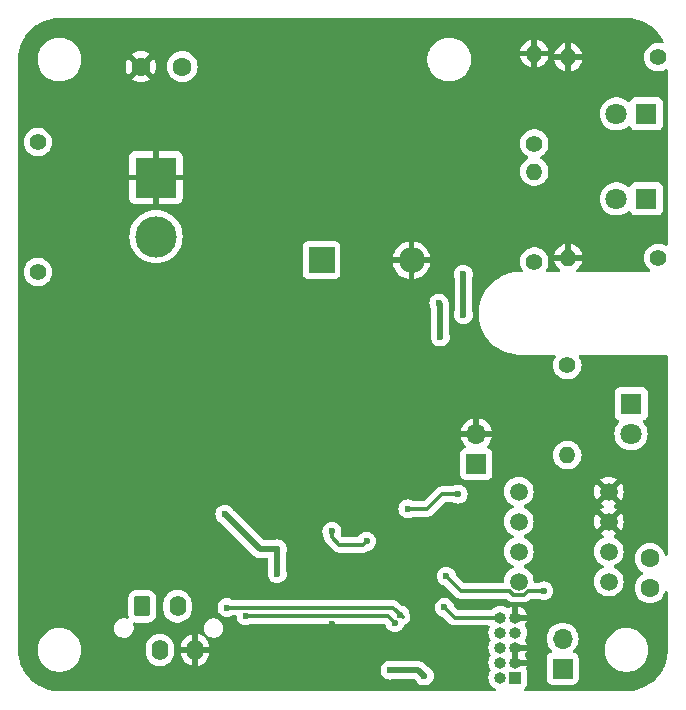
<source format=gbr>
%TF.GenerationSoftware,KiCad,Pcbnew,8.0.8*%
%TF.CreationDate,2025-02-05T17:12:45-05:00*%
%TF.ProjectId,Spectrometer V1.0,53706563-7472-46f6-9d65-746572205631,rev?*%
%TF.SameCoordinates,Original*%
%TF.FileFunction,Copper,L2,Bot*%
%TF.FilePolarity,Positive*%
%FSLAX46Y46*%
G04 Gerber Fmt 4.6, Leading zero omitted, Abs format (unit mm)*
G04 Created by KiCad (PCBNEW 8.0.8) date 2025-02-05 17:12:45*
%MOMM*%
%LPD*%
G01*
G04 APERTURE LIST*
G04 Aperture macros list*
%AMRoundRect*
0 Rectangle with rounded corners*
0 $1 Rounding radius*
0 $2 $3 $4 $5 $6 $7 $8 $9 X,Y pos of 4 corners*
0 Add a 4 corners polygon primitive as box body*
4,1,4,$2,$3,$4,$5,$6,$7,$8,$9,$2,$3,0*
0 Add four circle primitives for the rounded corners*
1,1,$1+$1,$2,$3*
1,1,$1+$1,$4,$5*
1,1,$1+$1,$6,$7*
1,1,$1+$1,$8,$9*
0 Add four rect primitives between the rounded corners*
20,1,$1+$1,$2,$3,$4,$5,0*
20,1,$1+$1,$4,$5,$6,$7,0*
20,1,$1+$1,$6,$7,$8,$9,0*
20,1,$1+$1,$8,$9,$2,$3,0*%
G04 Aperture macros list end*
%TA.AperFunction,ComponentPad*%
%ADD10C,1.600000*%
%TD*%
%TA.AperFunction,ComponentPad*%
%ADD11C,1.400000*%
%TD*%
%TA.AperFunction,ComponentPad*%
%ADD12R,3.500000X3.500000*%
%TD*%
%TA.AperFunction,ComponentPad*%
%ADD13C,3.500000*%
%TD*%
%TA.AperFunction,ComponentPad*%
%ADD14R,1.800000X1.800000*%
%TD*%
%TA.AperFunction,ComponentPad*%
%ADD15C,1.800000*%
%TD*%
%TA.AperFunction,ComponentPad*%
%ADD16O,1.400000X1.400000*%
%TD*%
%TA.AperFunction,ComponentPad*%
%ADD17R,1.000000X1.000000*%
%TD*%
%TA.AperFunction,ComponentPad*%
%ADD18O,1.000000X1.000000*%
%TD*%
%TA.AperFunction,ComponentPad*%
%ADD19C,1.507998*%
%TD*%
%TA.AperFunction,ComponentPad*%
%ADD20RoundRect,0.249999X-0.450001X-0.625001X0.450001X-0.625001X0.450001X0.625001X-0.450001X0.625001X0*%
%TD*%
%TA.AperFunction,ComponentPad*%
%ADD21O,1.400000X1.750000*%
%TD*%
%TA.AperFunction,ComponentPad*%
%ADD22R,2.200000X2.200000*%
%TD*%
%TA.AperFunction,ComponentPad*%
%ADD23O,2.200000X2.200000*%
%TD*%
%TA.AperFunction,ComponentPad*%
%ADD24R,1.700000X1.700000*%
%TD*%
%TA.AperFunction,ComponentPad*%
%ADD25O,1.700000X1.700000*%
%TD*%
%TA.AperFunction,ViaPad*%
%ADD26C,0.600000*%
%TD*%
%TA.AperFunction,Conductor*%
%ADD27C,0.300000*%
%TD*%
%TA.AperFunction,Conductor*%
%ADD28C,0.500000*%
%TD*%
G04 APERTURE END LIST*
D10*
%TO.P,C14,1*%
%TO.N,+BATT*%
X110400000Y-80600000D03*
%TO.P,C14,2*%
%TO.N,GND*%
X106900000Y-80600000D03*
%TD*%
D11*
%TO.P,J7,*%
%TO.N,*%
X98175000Y-98000000D03*
X98175000Y-87000000D03*
D12*
%TO.P,J7,1,Pin_1*%
%TO.N,GND*%
X108175000Y-90000000D03*
D13*
%TO.P,J7,2,Pin_2*%
%TO.N,+BATT*%
X108175000Y-95000000D03*
%TD*%
D14*
%TO.P,D6,1,K*%
%TO.N,Net-(D6-K)*%
X149700000Y-91810000D03*
D15*
%TO.P,D6,2,A*%
%TO.N,+4.5V*%
X147160000Y-91810000D03*
%TD*%
D14*
%TO.P,D1,1,K*%
%TO.N,Net-(D1-K)*%
X148400000Y-109150000D03*
D15*
%TO.P,D1,2,A*%
%TO.N,+4.5V*%
X148400000Y-111690000D03*
%TD*%
D11*
%TO.P,R7,1*%
%TO.N,+4.5V*%
X140200000Y-87120000D03*
D16*
%TO.P,R7,2*%
%TO.N,GND*%
X140200000Y-79500000D03*
%TD*%
D11*
%TO.P,R3,1*%
%TO.N,Net-(D2-K)*%
X150700000Y-79810000D03*
D16*
%TO.P,R3,2*%
%TO.N,GND*%
X143080000Y-79810000D03*
%TD*%
D17*
%TO.P,J3,1,VTref*%
%TO.N,+3.3V*%
X138600000Y-132350000D03*
D18*
%TO.P,J3,2,SWDIO/TMS*%
%TO.N,/SWCLK*%
X137330000Y-132350000D03*
%TO.P,J3,3,GND*%
%TO.N,GND*%
X138600000Y-131080000D03*
%TO.P,J3,4,SWCLK/TCK*%
%TO.N,/SWDIO*%
X137330000Y-131080000D03*
%TO.P,J3,5,GND*%
%TO.N,GND*%
X138600000Y-129810000D03*
%TO.P,J3,6,SWO/TDO*%
%TO.N,SWO*%
X137330000Y-129810000D03*
%TO.P,J3,7,KEY*%
%TO.N,unconnected-(J3-KEY-Pad7)*%
X138600000Y-128540000D03*
%TO.P,J3,8,NC/TDI*%
%TO.N,unconnected-(J3-NC{slash}TDI-Pad8)*%
X137330000Y-128540000D03*
%TO.P,J3,9,GNDDetect*%
%TO.N,GND*%
X138600000Y-127270000D03*
%TO.P,J3,10,~{RESET}*%
%TO.N,NRST*%
X137330000Y-127270000D03*
%TD*%
D19*
%TO.P,U1,1,OUT*%
%TO.N,Output*%
X146500100Y-124205100D03*
%TO.P,U1,2,IN-*%
%TO.N,Net-(D1-K)*%
X146500100Y-121665100D03*
%TO.P,U1,3,IN+*%
%TO.N,GND*%
X146500100Y-119125100D03*
%TO.P,U1,4,GND*%
X146500100Y-116585100D03*
%TO.P,U1,5*%
%TO.N,N/C*%
X138880100Y-124205100D03*
%TO.P,U1,6*%
X138880100Y-121665100D03*
%TO.P,U1,7*%
X138880100Y-119125100D03*
%TO.P,U1,8,V+*%
%TO.N,+4.5V*%
X138880100Y-116585100D03*
%TD*%
D20*
%TO.P,J6,1,Pin_1*%
%TO.N,UART_RX*%
X107000000Y-126300000D03*
D21*
%TO.P,J6,2,Pin_2*%
%TO.N,UART_TX*%
X108500000Y-130000000D03*
%TO.P,J6,3,Pin_3*%
%TO.N,UART_CL*%
X110000000Y-126300000D03*
%TO.P,J6,4,Pin_4*%
%TO.N,GND*%
X111500000Y-130000000D03*
%TD*%
D14*
%TO.P,D2,1,K*%
%TO.N,Net-(D2-K)*%
X149700000Y-84610000D03*
D15*
%TO.P,D2,2,A*%
%TO.N,+4.5V*%
X147160000Y-84610000D03*
%TD*%
D11*
%TO.P,R8,1*%
%TO.N,Net-(D6-K)*%
X150700000Y-96810000D03*
D16*
%TO.P,R8,2*%
%TO.N,GND*%
X143080000Y-96810000D03*
%TD*%
D10*
%TO.P,C1,1*%
%TO.N,Net-(D1-K)*%
X150000000Y-122250000D03*
%TO.P,C1,2*%
%TO.N,Output*%
X150000000Y-124750000D03*
%TD*%
D22*
%TO.P,D3,1,K*%
%TO.N,Net-(D3-K)*%
X122190000Y-97000000D03*
D23*
%TO.P,D3,2,A*%
%TO.N,GND*%
X129810000Y-97000000D03*
%TD*%
D24*
%TO.P,J1,1,Pin_1*%
%TO.N,NRST*%
X135300000Y-114240000D03*
D25*
%TO.P,J1,2,Pin_2*%
%TO.N,GND*%
X135300000Y-111700000D03*
%TD*%
D11*
%TO.P,R6,1*%
%TO.N,+5V*%
X140200000Y-97120000D03*
D16*
%TO.P,R6,2*%
%TO.N,+4.5V*%
X140200000Y-89500000D03*
%TD*%
D24*
%TO.P,J2,1,Pin_1*%
%TO.N,+3.3V*%
X142600000Y-131575000D03*
D25*
%TO.P,J2,2,Pin_2*%
%TO.N,/BOOT0*%
X142600000Y-129035000D03*
%TD*%
D11*
%TO.P,R1,1*%
%TO.N,Net-(D1-K)*%
X143000000Y-105880000D03*
D16*
%TO.P,R1,2*%
%TO.N,Output*%
X143000000Y-113500000D03*
%TD*%
D26*
%TO.N,GND*%
X130300000Y-102200000D03*
X129900000Y-116500000D03*
X128200000Y-88300000D03*
X122900000Y-129300000D03*
X119600000Y-130900000D03*
X123600000Y-118200000D03*
%TO.N,Net-(D7-A)*%
X126000000Y-120800000D03*
X123072059Y-119967280D03*
%TO.N,GND*%
X131700000Y-131100000D03*
%TO.N,Output*%
X141000000Y-125000000D03*
X132750000Y-123750000D03*
%TO.N,+3.3V*%
X127990380Y-131700000D03*
X132125000Y-100625000D03*
X118450000Y-121450000D03*
X118450000Y-123550000D03*
X130900000Y-132200000D03*
X114000000Y-118500000D03*
X132250000Y-103500000D03*
%TO.N,GND*%
X119000000Y-82125000D03*
X120600000Y-117000000D03*
X123100000Y-127800000D03*
X136300000Y-117800000D03*
X121775000Y-79700000D03*
X124200000Y-119900000D03*
X132000000Y-84000000D03*
X134000000Y-84000000D03*
X123100000Y-124800000D03*
X109900000Y-114100000D03*
X121775000Y-84550000D03*
X137000000Y-123000000D03*
X136900000Y-122000000D03*
X127500000Y-118900000D03*
X116225000Y-84550000D03*
X106200000Y-121000000D03*
X123600000Y-128900000D03*
X116225000Y-79700000D03*
X106300000Y-109000000D03*
X130700000Y-119300000D03*
X109150000Y-123900000D03*
%TO.N,NRST*%
X129500000Y-118050000D03*
X133750000Y-116800000D03*
X132600000Y-126400000D03*
%TO.N,+4.5V*%
X134200000Y-101600000D03*
X134200000Y-98200000D03*
%TO.N,FDCAN_TX*%
X128846553Y-127036228D03*
X114190380Y-126409620D03*
%TO.N,FDCAN_RX*%
X128400000Y-127700000D03*
X115800000Y-127100000D03*
%TD*%
D27*
%TO.N,Net-(D7-A)*%
X123072059Y-120472059D02*
X123072059Y-119967280D01*
X125700000Y-121100000D02*
X123700000Y-121100000D01*
X126000000Y-120800000D02*
X125700000Y-121100000D01*
X123700000Y-121100000D02*
X123072059Y-120472059D01*
%TO.N,NRST*%
X133470000Y-127270000D02*
X137330000Y-127270000D01*
X132600000Y-126400000D02*
X133470000Y-127270000D01*
%TO.N,Output*%
X139337392Y-125309099D02*
X139646491Y-125000000D01*
X138422808Y-125309099D02*
X139337392Y-125309099D01*
X139646491Y-125000000D02*
X141000000Y-125000000D01*
X138113709Y-125000000D02*
X138422808Y-125309099D01*
X134000000Y-125000000D02*
X138113709Y-125000000D01*
X132750000Y-123750000D02*
X134000000Y-125000000D01*
D28*
%TO.N,+3.3V*%
X116950000Y-121450000D02*
X114000000Y-118500000D01*
X118450000Y-121450000D02*
X116950000Y-121450000D01*
X132250000Y-100750000D02*
X132250000Y-103500000D01*
X118450000Y-121450000D02*
X118450000Y-123550000D01*
X127990380Y-131700000D02*
X130400000Y-131700000D01*
X132125000Y-100625000D02*
X132250000Y-100750000D01*
X130400000Y-131700000D02*
X130900000Y-132200000D01*
D27*
%TO.N,NRST*%
X132400000Y-116800000D02*
X131150000Y-118050000D01*
X131150000Y-118050000D02*
X129500000Y-118050000D01*
X133750000Y-116800000D02*
X132400000Y-116800000D01*
D28*
%TO.N,+4.5V*%
X134200000Y-98200000D02*
X134200000Y-101600000D01*
D27*
%TO.N,FDCAN_TX*%
X129050000Y-127239675D02*
X128219945Y-126409620D01*
X128846553Y-127036228D02*
X129050000Y-127239675D01*
X128219945Y-126409620D02*
X114190380Y-126409620D01*
%TO.N,FDCAN_RX*%
X115850000Y-127150000D02*
X115800000Y-127100000D01*
X127850000Y-127150000D02*
X115850000Y-127150000D01*
X128400000Y-127700000D02*
X127850000Y-127150000D01*
%TD*%
%TA.AperFunction,Conductor*%
%TO.N,GND*%
G36*
X148003032Y-76500648D02*
G01*
X148336929Y-76517052D01*
X148349037Y-76518245D01*
X148452146Y-76533539D01*
X148676699Y-76566849D01*
X148688617Y-76569219D01*
X149009951Y-76649709D01*
X149021588Y-76653240D01*
X149092806Y-76678722D01*
X149333467Y-76764832D01*
X149344688Y-76769479D01*
X149644163Y-76911120D01*
X149654871Y-76916844D01*
X149938988Y-77087137D01*
X149949106Y-77093897D01*
X150215170Y-77291224D01*
X150224576Y-77298944D01*
X150470013Y-77521395D01*
X150478604Y-77529986D01*
X150665755Y-77736475D01*
X150701055Y-77775423D01*
X150708775Y-77784829D01*
X150906102Y-78050893D01*
X150912862Y-78061011D01*
X151078149Y-78336777D01*
X151083148Y-78345116D01*
X151088885Y-78355849D01*
X151143587Y-78471508D01*
X151154455Y-78540527D01*
X151126283Y-78604465D01*
X151068016Y-78643023D01*
X151008707Y-78646412D01*
X150811243Y-78609500D01*
X150588757Y-78609500D01*
X150370060Y-78650382D01*
X150238864Y-78701207D01*
X150162601Y-78730752D01*
X150162595Y-78730754D01*
X149973439Y-78847874D01*
X149973437Y-78847876D01*
X149809020Y-78997761D01*
X149674943Y-79175308D01*
X149674938Y-79175316D01*
X149575775Y-79374461D01*
X149575769Y-79374476D01*
X149514885Y-79588462D01*
X149514884Y-79588464D01*
X149494357Y-79809999D01*
X149494357Y-79810000D01*
X149514884Y-80031535D01*
X149514885Y-80031537D01*
X149575769Y-80245523D01*
X149575775Y-80245538D01*
X149674938Y-80444683D01*
X149674943Y-80444691D01*
X149809020Y-80622238D01*
X149973437Y-80772123D01*
X149973439Y-80772125D01*
X150162595Y-80889245D01*
X150162596Y-80889245D01*
X150162599Y-80889247D01*
X150370060Y-80969618D01*
X150588757Y-81010500D01*
X150588759Y-81010500D01*
X150811241Y-81010500D01*
X150811243Y-81010500D01*
X151029940Y-80969618D01*
X151237401Y-80889247D01*
X151310223Y-80844158D01*
X151377583Y-80825603D01*
X151444283Y-80846411D01*
X151489144Y-80899976D01*
X151499500Y-80949585D01*
X151499500Y-95670415D01*
X151479815Y-95737454D01*
X151427011Y-95783209D01*
X151357853Y-95793153D01*
X151310223Y-95775842D01*
X151237404Y-95730754D01*
X151237398Y-95730752D01*
X151029940Y-95650382D01*
X150811243Y-95609500D01*
X150588757Y-95609500D01*
X150370060Y-95650382D01*
X150238864Y-95701207D01*
X150162601Y-95730752D01*
X150162595Y-95730754D01*
X149973439Y-95847874D01*
X149973437Y-95847876D01*
X149809020Y-95997761D01*
X149674943Y-96175308D01*
X149674938Y-96175316D01*
X149575775Y-96374461D01*
X149575769Y-96374476D01*
X149514885Y-96588462D01*
X149514884Y-96588464D01*
X149494357Y-96809999D01*
X149494357Y-96810000D01*
X149514884Y-97031535D01*
X149514885Y-97031537D01*
X149575769Y-97245523D01*
X149575775Y-97245538D01*
X149674938Y-97444683D01*
X149674943Y-97444691D01*
X149809020Y-97622238D01*
X149973437Y-97772123D01*
X149978014Y-97775580D01*
X149976662Y-97777369D01*
X150016757Y-97822093D01*
X150027866Y-97891074D01*
X149999917Y-97955110D01*
X149941785Y-97993871D01*
X149904848Y-97999500D01*
X143874203Y-97999500D01*
X143807164Y-97979815D01*
X143761409Y-97927011D01*
X143751465Y-97857853D01*
X143780490Y-97794297D01*
X143802171Y-97775824D01*
X143801684Y-97775179D01*
X143806260Y-97771722D01*
X143970608Y-97621900D01*
X144104631Y-97444425D01*
X144203760Y-97245349D01*
X144256495Y-97060000D01*
X143324975Y-97060000D01*
X143360070Y-97024905D01*
X143406148Y-96945095D01*
X143430000Y-96856078D01*
X143430000Y-96763922D01*
X143406148Y-96674905D01*
X143360070Y-96595095D01*
X143324975Y-96560000D01*
X143330000Y-96560000D01*
X144256495Y-96560000D01*
X144203760Y-96374650D01*
X144104631Y-96175574D01*
X143970608Y-95998099D01*
X143806261Y-95848278D01*
X143617179Y-95731202D01*
X143617177Y-95731201D01*
X143409799Y-95650864D01*
X143330000Y-95635946D01*
X143330000Y-96560000D01*
X143324975Y-96560000D01*
X143294905Y-96529930D01*
X143215095Y-96483852D01*
X143126078Y-96460000D01*
X143033922Y-96460000D01*
X142944905Y-96483852D01*
X142865095Y-96529930D01*
X142799930Y-96595095D01*
X142753852Y-96674905D01*
X142730000Y-96763922D01*
X142730000Y-96856078D01*
X142753852Y-96945095D01*
X142799930Y-97024905D01*
X142835025Y-97060000D01*
X141903505Y-97060000D01*
X141956239Y-97245349D01*
X142055368Y-97444425D01*
X142189391Y-97621900D01*
X142353739Y-97771722D01*
X142358316Y-97775179D01*
X142357098Y-97776790D01*
X142397714Y-97822110D01*
X142408813Y-97891093D01*
X142380854Y-97955125D01*
X142322716Y-97993876D01*
X142285797Y-97999500D01*
X141289211Y-97999500D01*
X141222172Y-97979815D01*
X141176417Y-97927011D01*
X141166473Y-97857853D01*
X141190257Y-97800773D01*
X141208368Y-97776790D01*
X141225058Y-97754689D01*
X141324229Y-97555528D01*
X141385115Y-97341536D01*
X141405643Y-97120000D01*
X141385115Y-96898464D01*
X141324229Y-96684472D01*
X141324224Y-96684461D01*
X141262249Y-96560000D01*
X141903505Y-96560000D01*
X142830000Y-96560000D01*
X142830000Y-95635946D01*
X142750200Y-95650864D01*
X142542822Y-95731201D01*
X142542820Y-95731202D01*
X142353738Y-95848278D01*
X142189391Y-95998099D01*
X142055368Y-96175574D01*
X141956239Y-96374650D01*
X141903505Y-96560000D01*
X141262249Y-96560000D01*
X141225061Y-96485316D01*
X141225056Y-96485308D01*
X141090979Y-96307761D01*
X140926562Y-96157876D01*
X140926560Y-96157874D01*
X140737404Y-96040754D01*
X140737398Y-96040752D01*
X140529940Y-95960382D01*
X140311243Y-95919500D01*
X140088757Y-95919500D01*
X139870060Y-95960382D01*
X139738864Y-96011207D01*
X139662601Y-96040752D01*
X139662595Y-96040754D01*
X139473439Y-96157874D01*
X139473437Y-96157876D01*
X139309020Y-96307761D01*
X139174943Y-96485308D01*
X139174938Y-96485316D01*
X139075775Y-96684461D01*
X139075769Y-96684476D01*
X139014885Y-96898462D01*
X139014884Y-96898464D01*
X138994357Y-97119999D01*
X138994357Y-97120000D01*
X139014884Y-97341535D01*
X139014885Y-97341537D01*
X139075769Y-97555523D01*
X139075775Y-97555538D01*
X139174938Y-97754683D01*
X139174943Y-97754691D01*
X139209743Y-97800773D01*
X139234435Y-97866134D01*
X139219870Y-97934469D01*
X139170673Y-97984082D01*
X139110789Y-97999500D01*
X139065892Y-97999500D01*
X139000000Y-97999500D01*
X138816547Y-97999500D01*
X138451650Y-98037852D01*
X138451646Y-98037852D01*
X138451644Y-98037853D01*
X138092765Y-98114134D01*
X138092764Y-98114135D01*
X137743818Y-98227514D01*
X137408624Y-98376751D01*
X137408618Y-98376754D01*
X137090878Y-98560202D01*
X137090873Y-98560205D01*
X136794047Y-98775861D01*
X136794038Y-98775868D01*
X136521376Y-99021376D01*
X136275868Y-99294038D01*
X136275861Y-99294047D01*
X136060205Y-99590873D01*
X136060202Y-99590878D01*
X135876754Y-99908618D01*
X135876751Y-99908624D01*
X135727514Y-100243818D01*
X135614135Y-100592764D01*
X135614134Y-100592765D01*
X135537853Y-100951644D01*
X135537852Y-100951650D01*
X135499500Y-101316547D01*
X135499500Y-101683453D01*
X135527465Y-101949522D01*
X135537853Y-102048355D01*
X135614134Y-102407234D01*
X135614135Y-102407235D01*
X135614136Y-102407239D01*
X135727517Y-102756189D01*
X135800396Y-102919878D01*
X135876751Y-103091375D01*
X135876754Y-103091381D01*
X136060202Y-103409121D01*
X136060205Y-103409126D01*
X136275861Y-103705952D01*
X136275868Y-103705961D01*
X136391435Y-103834310D01*
X136521376Y-103978624D01*
X136655622Y-104099500D01*
X136794038Y-104224131D01*
X136794047Y-104224138D01*
X137090873Y-104439794D01*
X137090875Y-104439795D01*
X137408625Y-104623249D01*
X137743811Y-104772483D01*
X138092761Y-104885864D01*
X138092764Y-104885864D01*
X138092765Y-104885865D01*
X138142214Y-104896375D01*
X138451650Y-104962148D01*
X138816547Y-105000500D01*
X138934108Y-105000500D01*
X141910789Y-105000500D01*
X141977828Y-105020185D01*
X142023583Y-105072989D01*
X142033527Y-105142147D01*
X142009743Y-105199227D01*
X141974943Y-105245308D01*
X141974938Y-105245316D01*
X141875775Y-105444461D01*
X141875769Y-105444476D01*
X141814885Y-105658462D01*
X141814884Y-105658464D01*
X141794357Y-105879999D01*
X141794357Y-105880000D01*
X141814884Y-106101535D01*
X141814885Y-106101537D01*
X141875769Y-106315523D01*
X141875775Y-106315538D01*
X141974938Y-106514683D01*
X141974943Y-106514691D01*
X142109020Y-106692238D01*
X142273437Y-106842123D01*
X142273439Y-106842125D01*
X142462595Y-106959245D01*
X142462596Y-106959245D01*
X142462599Y-106959247D01*
X142670060Y-107039618D01*
X142888757Y-107080500D01*
X142888759Y-107080500D01*
X143111241Y-107080500D01*
X143111243Y-107080500D01*
X143329940Y-107039618D01*
X143537401Y-106959247D01*
X143726562Y-106842124D01*
X143890981Y-106692236D01*
X144025058Y-106514689D01*
X144124229Y-106315528D01*
X144185115Y-106101536D01*
X144205643Y-105880000D01*
X144185115Y-105658464D01*
X144124229Y-105444472D01*
X144124224Y-105444461D01*
X144025061Y-105245316D01*
X144025056Y-105245308D01*
X143990257Y-105199227D01*
X143965565Y-105133866D01*
X143980130Y-105065531D01*
X144029327Y-105015918D01*
X144089211Y-105000500D01*
X151375500Y-105000500D01*
X151442539Y-105020185D01*
X151488294Y-105072989D01*
X151499500Y-105124500D01*
X151499500Y-121879588D01*
X151479815Y-121946627D01*
X151427011Y-121992382D01*
X151357853Y-122002326D01*
X151294297Y-121973301D01*
X151256523Y-121914523D01*
X151255725Y-121911681D01*
X151226741Y-121803511D01*
X151226738Y-121803502D01*
X151130568Y-121597266D01*
X151000047Y-121410861D01*
X151000045Y-121410858D01*
X150839141Y-121249954D01*
X150652734Y-121119432D01*
X150652732Y-121119431D01*
X150446497Y-121023261D01*
X150446488Y-121023258D01*
X150226697Y-120964366D01*
X150226693Y-120964365D01*
X150226692Y-120964365D01*
X150226691Y-120964364D01*
X150226686Y-120964364D01*
X150000002Y-120944532D01*
X149999998Y-120944532D01*
X149773313Y-120964364D01*
X149773302Y-120964366D01*
X149553511Y-121023258D01*
X149553502Y-121023261D01*
X149347267Y-121119431D01*
X149347265Y-121119432D01*
X149160858Y-121249954D01*
X148999954Y-121410858D01*
X148869432Y-121597265D01*
X148869431Y-121597267D01*
X148773261Y-121803502D01*
X148773258Y-121803511D01*
X148714366Y-122023302D01*
X148714364Y-122023313D01*
X148694532Y-122249998D01*
X148694532Y-122250001D01*
X148714364Y-122476686D01*
X148714366Y-122476697D01*
X148773258Y-122696488D01*
X148773261Y-122696497D01*
X148869431Y-122902732D01*
X148869432Y-122902734D01*
X148999954Y-123089141D01*
X149160858Y-123250045D01*
X149160861Y-123250047D01*
X149347266Y-123380568D01*
X149362387Y-123387619D01*
X149414825Y-123433791D01*
X149433976Y-123500985D01*
X149413760Y-123567866D01*
X149362387Y-123612380D01*
X149347266Y-123619432D01*
X149347264Y-123619433D01*
X149160858Y-123749954D01*
X148999954Y-123910858D01*
X148869432Y-124097265D01*
X148869431Y-124097267D01*
X148773261Y-124303502D01*
X148773258Y-124303511D01*
X148714366Y-124523302D01*
X148714364Y-124523313D01*
X148694532Y-124749998D01*
X148694532Y-124750001D01*
X148714364Y-124976686D01*
X148714366Y-124976697D01*
X148773258Y-125196488D01*
X148773261Y-125196497D01*
X148869431Y-125402732D01*
X148869432Y-125402734D01*
X148999954Y-125589141D01*
X149160858Y-125750045D01*
X149160861Y-125750047D01*
X149347266Y-125880568D01*
X149553504Y-125976739D01*
X149773308Y-126035635D01*
X149935230Y-126049801D01*
X149999998Y-126055468D01*
X150000000Y-126055468D01*
X150000002Y-126055468D01*
X150057059Y-126050476D01*
X150226692Y-126035635D01*
X150446496Y-125976739D01*
X150652734Y-125880568D01*
X150839139Y-125750047D01*
X151000047Y-125589139D01*
X151130568Y-125402734D01*
X151226739Y-125196496D01*
X151255725Y-125088317D01*
X151292090Y-125028657D01*
X151354936Y-124998128D01*
X151424312Y-125006422D01*
X151478190Y-125050908D01*
X151499465Y-125117459D01*
X151499500Y-125120411D01*
X151499500Y-129996948D01*
X151499351Y-130003033D01*
X151482947Y-130336928D01*
X151481754Y-130349037D01*
X151433151Y-130676694D01*
X151430777Y-130688630D01*
X151350292Y-131009944D01*
X151346759Y-131021588D01*
X151235170Y-131333459D01*
X151230514Y-131344702D01*
X151088885Y-131644151D01*
X151083148Y-131654883D01*
X150912862Y-131938988D01*
X150906102Y-131949106D01*
X150708775Y-132215170D01*
X150701055Y-132224576D01*
X150478611Y-132470006D01*
X150470006Y-132478611D01*
X150224576Y-132701055D01*
X150215170Y-132708775D01*
X149949106Y-132906102D01*
X149938988Y-132912862D01*
X149654883Y-133083148D01*
X149644151Y-133088885D01*
X149344702Y-133230514D01*
X149333459Y-133235170D01*
X149021588Y-133346759D01*
X149009944Y-133350292D01*
X148688630Y-133430777D01*
X148676694Y-133433151D01*
X148349037Y-133481754D01*
X148336928Y-133482947D01*
X148021989Y-133498419D01*
X148003031Y-133499351D01*
X147996949Y-133499500D01*
X139440103Y-133499500D01*
X139373064Y-133479815D01*
X139327309Y-133427011D01*
X139317365Y-133357853D01*
X139346390Y-133294297D01*
X139365792Y-133276234D01*
X139426865Y-133230514D01*
X139457546Y-133207546D01*
X139543796Y-133092331D01*
X139594091Y-132957483D01*
X139600500Y-132897873D01*
X139600499Y-131802128D01*
X139594091Y-131742517D01*
X139587150Y-131723908D01*
X139543797Y-131607671D01*
X139543793Y-131607664D01*
X139537439Y-131599176D01*
X139513021Y-131533712D01*
X139526505Y-131470369D01*
X139526018Y-131470167D01*
X139527110Y-131467530D01*
X139527349Y-131466408D01*
X139528347Y-131464539D01*
X139569160Y-131330000D01*
X138809618Y-131330000D01*
X138860064Y-131279554D01*
X138902851Y-131205445D01*
X138925000Y-131122787D01*
X138925000Y-131037213D01*
X138902851Y-130954555D01*
X138860064Y-130880446D01*
X138809618Y-130830000D01*
X138850000Y-130830000D01*
X139569160Y-130830000D01*
X139569160Y-130829999D01*
X139528347Y-130695458D01*
X139435497Y-130521747D01*
X139432111Y-130516680D01*
X139433665Y-130515641D01*
X139409759Y-130459361D01*
X139421547Y-130390493D01*
X139432441Y-130373540D01*
X139432111Y-130373320D01*
X139435497Y-130368252D01*
X139528347Y-130194541D01*
X139569160Y-130060000D01*
X138850000Y-130060000D01*
X138850000Y-130830000D01*
X138809618Y-130830000D01*
X138799554Y-130819936D01*
X138725445Y-130777149D01*
X138642787Y-130755000D01*
X138557213Y-130755000D01*
X138474555Y-130777149D01*
X138400446Y-130819936D01*
X138350000Y-130870382D01*
X138350000Y-130019618D01*
X138400446Y-130070064D01*
X138474555Y-130112851D01*
X138557213Y-130135000D01*
X138642787Y-130135000D01*
X138725445Y-130112851D01*
X138799554Y-130070064D01*
X138860064Y-130009554D01*
X138902851Y-129935445D01*
X138925000Y-129852787D01*
X138925000Y-129767213D01*
X138902851Y-129684555D01*
X138860064Y-129610446D01*
X138809618Y-129560000D01*
X139569160Y-129560000D01*
X139569160Y-129559999D01*
X139528347Y-129425458D01*
X139435496Y-129251746D01*
X139432110Y-129246678D01*
X139433784Y-129245559D01*
X139410081Y-129189746D01*
X139421874Y-129120879D01*
X139432839Y-129103818D01*
X139432523Y-129103607D01*
X139435904Y-129098544D01*
X139435910Y-129098538D01*
X139469872Y-129034999D01*
X141244341Y-129034999D01*
X141244341Y-129035000D01*
X141264936Y-129270403D01*
X141264938Y-129270413D01*
X141326094Y-129498655D01*
X141326096Y-129498659D01*
X141326097Y-129498663D01*
X141391171Y-129638214D01*
X141425965Y-129712830D01*
X141425967Y-129712834D01*
X141464044Y-129767213D01*
X141561501Y-129906396D01*
X141561506Y-129906402D01*
X141683430Y-130028326D01*
X141716915Y-130089649D01*
X141711931Y-130159341D01*
X141670059Y-130215274D01*
X141639083Y-130232189D01*
X141507669Y-130281203D01*
X141507664Y-130281206D01*
X141392455Y-130367452D01*
X141392452Y-130367455D01*
X141306206Y-130482664D01*
X141306202Y-130482671D01*
X141255908Y-130617517D01*
X141249501Y-130677116D01*
X141249501Y-130677123D01*
X141249500Y-130677135D01*
X141249500Y-132472870D01*
X141249501Y-132472876D01*
X141255908Y-132532483D01*
X141306202Y-132667328D01*
X141306206Y-132667335D01*
X141392452Y-132782544D01*
X141392455Y-132782547D01*
X141507664Y-132868793D01*
X141507671Y-132868797D01*
X141642517Y-132919091D01*
X141642516Y-132919091D01*
X141649444Y-132919835D01*
X141702127Y-132925500D01*
X143497872Y-132925499D01*
X143557483Y-132919091D01*
X143692331Y-132868796D01*
X143807546Y-132782546D01*
X143893796Y-132667331D01*
X143944091Y-132532483D01*
X143950500Y-132472873D01*
X143950499Y-130677128D01*
X143944091Y-130617517D01*
X143936104Y-130596104D01*
X143893797Y-130482671D01*
X143893793Y-130482664D01*
X143807547Y-130367455D01*
X143807544Y-130367452D01*
X143692335Y-130281206D01*
X143692328Y-130281202D01*
X143560917Y-130232189D01*
X143504983Y-130190318D01*
X143480566Y-130124853D01*
X143495418Y-130056580D01*
X143516563Y-130028332D01*
X143638495Y-129906401D01*
X143657884Y-129878711D01*
X146149500Y-129878711D01*
X146149500Y-130121288D01*
X146181161Y-130361785D01*
X146243947Y-130596104D01*
X146336773Y-130820205D01*
X146336777Y-130820214D01*
X146342427Y-130830000D01*
X146458064Y-131030289D01*
X146458066Y-131030292D01*
X146458067Y-131030293D01*
X146605733Y-131222736D01*
X146605739Y-131222743D01*
X146777256Y-131394260D01*
X146777262Y-131394265D01*
X146969711Y-131541936D01*
X147179788Y-131663224D01*
X147403900Y-131756054D01*
X147638211Y-131818838D01*
X147818586Y-131842584D01*
X147878711Y-131850500D01*
X147878712Y-131850500D01*
X148121289Y-131850500D01*
X148169388Y-131844167D01*
X148361789Y-131818838D01*
X148596100Y-131756054D01*
X148820212Y-131663224D01*
X149030289Y-131541936D01*
X149222738Y-131394265D01*
X149394265Y-131222738D01*
X149541936Y-131030289D01*
X149663224Y-130820212D01*
X149756054Y-130596100D01*
X149818838Y-130361789D01*
X149850500Y-130121288D01*
X149850500Y-129878712D01*
X149818838Y-129638211D01*
X149756054Y-129403900D01*
X149663224Y-129179788D01*
X149541936Y-128969711D01*
X149474286Y-128881547D01*
X149394266Y-128777263D01*
X149394260Y-128777256D01*
X149222743Y-128605739D01*
X149222736Y-128605733D01*
X149030293Y-128458067D01*
X149030292Y-128458066D01*
X149030289Y-128458064D01*
X148820212Y-128336776D01*
X148803407Y-128329815D01*
X148596104Y-128243947D01*
X148478944Y-128212554D01*
X148361789Y-128181162D01*
X148361788Y-128181161D01*
X148361785Y-128181161D01*
X148121289Y-128149500D01*
X148121288Y-128149500D01*
X147878712Y-128149500D01*
X147878711Y-128149500D01*
X147638214Y-128181161D01*
X147403895Y-128243947D01*
X147179794Y-128336773D01*
X147179785Y-128336777D01*
X146969706Y-128458067D01*
X146777263Y-128605733D01*
X146777256Y-128605739D01*
X146605739Y-128777256D01*
X146605733Y-128777263D01*
X146458067Y-128969706D01*
X146336777Y-129179785D01*
X146336773Y-129179794D01*
X146243947Y-129403895D01*
X146181161Y-129638214D01*
X146149500Y-129878711D01*
X143657884Y-129878711D01*
X143774035Y-129712830D01*
X143873903Y-129498663D01*
X143935063Y-129270408D01*
X143955659Y-129035000D01*
X143935063Y-128799592D01*
X143873903Y-128571337D01*
X143774035Y-128357171D01*
X143764721Y-128343868D01*
X143638494Y-128163597D01*
X143471402Y-127996506D01*
X143471395Y-127996501D01*
X143466379Y-127992989D01*
X143362855Y-127920500D01*
X143277834Y-127860967D01*
X143277830Y-127860965D01*
X143236718Y-127841794D01*
X143063663Y-127761097D01*
X143063659Y-127761096D01*
X143063655Y-127761094D01*
X142835413Y-127699938D01*
X142835403Y-127699936D01*
X142600001Y-127679341D01*
X142599999Y-127679341D01*
X142364596Y-127699936D01*
X142364586Y-127699938D01*
X142136344Y-127761094D01*
X142136335Y-127761098D01*
X141922171Y-127860964D01*
X141922169Y-127860965D01*
X141728597Y-127996505D01*
X141561505Y-128163597D01*
X141425965Y-128357169D01*
X141425964Y-128357171D01*
X141326098Y-128571335D01*
X141326094Y-128571344D01*
X141264938Y-128799586D01*
X141264936Y-128799596D01*
X141244341Y-129034999D01*
X139469872Y-129034999D01*
X139528814Y-128924727D01*
X139586024Y-128736132D01*
X139605341Y-128540000D01*
X139586024Y-128343868D01*
X139528814Y-128155273D01*
X139435910Y-127981462D01*
X139435906Y-127981457D01*
X139432526Y-127976399D01*
X139434044Y-127975384D01*
X139410081Y-127918962D01*
X139421872Y-127850094D01*
X139432492Y-127833574D01*
X139432111Y-127833320D01*
X139435497Y-127828252D01*
X139528347Y-127654541D01*
X139569160Y-127520000D01*
X138809618Y-127520000D01*
X138860064Y-127469554D01*
X138902851Y-127395445D01*
X138925000Y-127312787D01*
X138925000Y-127227213D01*
X138902851Y-127144555D01*
X138860064Y-127070446D01*
X138809618Y-127020000D01*
X138850000Y-127020000D01*
X139569160Y-127020000D01*
X139569160Y-127019999D01*
X139528347Y-126885458D01*
X139435496Y-126711746D01*
X139435492Y-126711739D01*
X139310528Y-126559471D01*
X139158260Y-126434507D01*
X139158253Y-126434503D01*
X138984541Y-126341652D01*
X138850000Y-126300839D01*
X138850000Y-127020000D01*
X138809618Y-127020000D01*
X138799554Y-127009936D01*
X138725445Y-126967149D01*
X138642787Y-126945000D01*
X138557213Y-126945000D01*
X138474555Y-126967149D01*
X138400446Y-127009936D01*
X138350000Y-127060382D01*
X138350000Y-126300839D01*
X138349999Y-126300839D01*
X138215458Y-126341652D01*
X138041742Y-126434505D01*
X138036673Y-126437893D01*
X138035556Y-126436221D01*
X137979715Y-126459921D01*
X137910851Y-126448111D01*
X137893811Y-126437158D01*
X137893601Y-126437473D01*
X137888532Y-126434086D01*
X137714733Y-126341188D01*
X137714727Y-126341186D01*
X137526132Y-126283976D01*
X137526129Y-126283975D01*
X137330000Y-126264659D01*
X137133870Y-126283975D01*
X136945266Y-126341188D01*
X136771467Y-126434086D01*
X136771460Y-126434090D01*
X136619117Y-126559116D01*
X136606768Y-126574164D01*
X136549022Y-126613499D01*
X136510914Y-126619500D01*
X133790808Y-126619500D01*
X133723769Y-126599815D01*
X133703127Y-126583181D01*
X133421722Y-126301776D01*
X133388237Y-126240453D01*
X133386182Y-126227973D01*
X133385368Y-126220745D01*
X133325789Y-126050478D01*
X133229816Y-125897738D01*
X133102262Y-125770184D01*
X133054406Y-125740114D01*
X132949523Y-125674211D01*
X132779254Y-125614631D01*
X132779249Y-125614630D01*
X132600004Y-125594435D01*
X132599996Y-125594435D01*
X132420750Y-125614630D01*
X132420745Y-125614631D01*
X132250476Y-125674211D01*
X132097737Y-125770184D01*
X131970184Y-125897737D01*
X131874211Y-126050476D01*
X131814631Y-126220745D01*
X131814630Y-126220750D01*
X131794435Y-126399996D01*
X131794435Y-126400003D01*
X131814630Y-126579249D01*
X131814631Y-126579254D01*
X131874211Y-126749523D01*
X131880256Y-126759143D01*
X131970184Y-126902262D01*
X132097738Y-127029816D01*
X132250478Y-127125789D01*
X132420745Y-127185368D01*
X132427974Y-127186182D01*
X132492388Y-127213246D01*
X132501776Y-127221722D01*
X133055325Y-127775272D01*
X133055326Y-127775273D01*
X133055329Y-127775275D01*
X133055331Y-127775277D01*
X133154879Y-127841792D01*
X133154881Y-127841794D01*
X133161873Y-127846465D01*
X133280256Y-127895501D01*
X133280260Y-127895501D01*
X133280261Y-127895502D01*
X133405928Y-127920500D01*
X133405931Y-127920500D01*
X136319793Y-127920500D01*
X136386832Y-127940185D01*
X136432587Y-127992989D01*
X136442531Y-128062147D01*
X136429151Y-128102953D01*
X136401188Y-128155267D01*
X136343975Y-128343870D01*
X136324659Y-128540000D01*
X136343975Y-128736129D01*
X136343976Y-128736132D01*
X136388087Y-128881547D01*
X136401188Y-128924733D01*
X136494086Y-129098532D01*
X136497473Y-129103601D01*
X136495836Y-129104694D01*
X136519596Y-129160663D01*
X136507795Y-129229529D01*
X136497109Y-129246156D01*
X136497473Y-129246399D01*
X136494086Y-129251467D01*
X136401188Y-129425266D01*
X136343975Y-129613870D01*
X136324659Y-129810000D01*
X136343975Y-130006129D01*
X136401188Y-130194733D01*
X136494086Y-130368532D01*
X136497473Y-130373601D01*
X136495836Y-130374694D01*
X136519596Y-130430663D01*
X136507795Y-130499529D01*
X136497109Y-130516156D01*
X136497473Y-130516399D01*
X136494086Y-130521467D01*
X136401188Y-130695266D01*
X136343975Y-130883870D01*
X136324659Y-131080000D01*
X136343975Y-131276129D01*
X136343976Y-131276132D01*
X136379811Y-131394265D01*
X136401188Y-131464733D01*
X136494086Y-131638532D01*
X136497473Y-131643601D01*
X136495836Y-131644694D01*
X136519596Y-131700663D01*
X136507795Y-131769529D01*
X136497109Y-131786156D01*
X136497473Y-131786399D01*
X136494086Y-131791467D01*
X136401188Y-131965266D01*
X136343975Y-132153870D01*
X136324659Y-132350000D01*
X136343975Y-132546129D01*
X136401188Y-132734733D01*
X136494086Y-132908532D01*
X136494090Y-132908539D01*
X136619116Y-133060883D01*
X136771460Y-133185909D01*
X136771467Y-133185913D01*
X136921564Y-133266142D01*
X136971408Y-133315104D01*
X136986869Y-133383242D01*
X136963037Y-133448921D01*
X136907480Y-133491290D01*
X136863111Y-133499500D01*
X100003051Y-133499500D01*
X99996968Y-133499351D01*
X99976900Y-133498365D01*
X99663071Y-133482947D01*
X99650962Y-133481754D01*
X99323305Y-133433151D01*
X99311369Y-133430777D01*
X98990055Y-133350292D01*
X98978411Y-133346759D01*
X98666540Y-133235170D01*
X98655301Y-133230515D01*
X98355844Y-133088883D01*
X98345121Y-133083150D01*
X98082096Y-132925500D01*
X98061011Y-132912862D01*
X98050893Y-132906102D01*
X97784829Y-132708775D01*
X97775423Y-132701055D01*
X97608225Y-132549516D01*
X97529986Y-132478604D01*
X97521395Y-132470013D01*
X97298944Y-132224576D01*
X97291224Y-132215170D01*
X97093897Y-131949106D01*
X97087137Y-131938988D01*
X96916844Y-131654871D01*
X96911120Y-131644163D01*
X96769479Y-131344688D01*
X96764829Y-131333459D01*
X96763591Y-131330000D01*
X96692902Y-131132438D01*
X96653240Y-131021588D01*
X96649707Y-131009944D01*
X96649098Y-131007511D01*
X96569219Y-130688617D01*
X96566848Y-130676694D01*
X96560787Y-130635836D01*
X96520977Y-130367454D01*
X96518245Y-130349037D01*
X96517052Y-130336927D01*
X96514314Y-130281203D01*
X96500649Y-130003032D01*
X96500500Y-129996948D01*
X96500500Y-129878711D01*
X98149500Y-129878711D01*
X98149500Y-130121288D01*
X98181161Y-130361785D01*
X98243947Y-130596104D01*
X98336773Y-130820205D01*
X98336777Y-130820214D01*
X98342427Y-130830000D01*
X98458064Y-131030289D01*
X98458066Y-131030292D01*
X98458067Y-131030293D01*
X98605733Y-131222736D01*
X98605739Y-131222743D01*
X98777256Y-131394260D01*
X98777262Y-131394265D01*
X98969711Y-131541936D01*
X99179788Y-131663224D01*
X99403900Y-131756054D01*
X99638211Y-131818838D01*
X99818586Y-131842584D01*
X99878711Y-131850500D01*
X99878712Y-131850500D01*
X100121289Y-131850500D01*
X100169388Y-131844167D01*
X100361789Y-131818838D01*
X100596100Y-131756054D01*
X100731436Y-131699996D01*
X127184815Y-131699996D01*
X127184815Y-131700003D01*
X127205010Y-131879249D01*
X127205011Y-131879254D01*
X127264591Y-132049523D01*
X127330156Y-132153868D01*
X127360564Y-132202262D01*
X127488118Y-132329816D01*
X127640858Y-132425789D01*
X127775425Y-132472876D01*
X127811125Y-132485368D01*
X127811130Y-132485369D01*
X127990376Y-132505565D01*
X127990380Y-132505565D01*
X127990384Y-132505565D01*
X128169629Y-132485369D01*
X128169632Y-132485368D01*
X128169635Y-132485368D01*
X128249397Y-132457457D01*
X128290352Y-132450500D01*
X130037770Y-132450500D01*
X130104809Y-132470185D01*
X130125451Y-132486819D01*
X130146692Y-132508060D01*
X130169356Y-132544129D01*
X130171188Y-132543247D01*
X130174207Y-132549516D01*
X130248233Y-132667328D01*
X130270184Y-132702262D01*
X130397738Y-132829816D01*
X130459774Y-132868796D01*
X130550014Y-132925498D01*
X130550478Y-132925789D01*
X130720745Y-132985368D01*
X130720750Y-132985369D01*
X130899996Y-133005565D01*
X130900000Y-133005565D01*
X130900004Y-133005565D01*
X131079249Y-132985369D01*
X131079252Y-132985368D01*
X131079255Y-132985368D01*
X131249522Y-132925789D01*
X131402262Y-132829816D01*
X131529816Y-132702262D01*
X131625789Y-132549522D01*
X131685368Y-132379255D01*
X131685369Y-132379249D01*
X131705565Y-132200003D01*
X131705565Y-132199996D01*
X131685369Y-132020750D01*
X131685368Y-132020745D01*
X131625789Y-131850478D01*
X131529816Y-131697738D01*
X131402262Y-131570184D01*
X131344217Y-131533712D01*
X131249516Y-131474207D01*
X131243247Y-131471188D01*
X131244129Y-131469356D01*
X131208060Y-131446692D01*
X130878421Y-131117052D01*
X130878414Y-131117046D01*
X130804729Y-131067812D01*
X130804729Y-131067813D01*
X130755491Y-131034913D01*
X130618917Y-130978343D01*
X130618907Y-130978340D01*
X130473920Y-130949500D01*
X130473918Y-130949500D01*
X128290352Y-130949500D01*
X128249397Y-130942542D01*
X128169634Y-130914631D01*
X128169629Y-130914630D01*
X127990384Y-130894435D01*
X127990376Y-130894435D01*
X127811130Y-130914630D01*
X127811125Y-130914631D01*
X127640856Y-130974211D01*
X127488117Y-131070184D01*
X127360564Y-131197737D01*
X127264591Y-131350476D01*
X127205011Y-131520745D01*
X127205010Y-131520750D01*
X127184815Y-131699996D01*
X100731436Y-131699996D01*
X100820212Y-131663224D01*
X101030289Y-131541936D01*
X101222738Y-131394265D01*
X101394265Y-131222738D01*
X101541936Y-131030289D01*
X101663224Y-130820212D01*
X101756054Y-130596100D01*
X101818838Y-130361789D01*
X101850500Y-130121288D01*
X101850500Y-129878712D01*
X101830990Y-129730513D01*
X107299500Y-129730513D01*
X107299500Y-130269486D01*
X107329059Y-130456118D01*
X107387454Y-130635836D01*
X107448172Y-130755000D01*
X107473240Y-130804199D01*
X107584310Y-130957073D01*
X107717927Y-131090690D01*
X107870801Y-131201760D01*
X107911969Y-131222736D01*
X108039163Y-131287545D01*
X108039165Y-131287545D01*
X108039168Y-131287547D01*
X108135497Y-131318846D01*
X108218881Y-131345940D01*
X108405514Y-131375500D01*
X108405519Y-131375500D01*
X108594486Y-131375500D01*
X108781118Y-131345940D01*
X108819530Y-131333459D01*
X108960832Y-131287547D01*
X109129199Y-131201760D01*
X109282073Y-131090690D01*
X109415690Y-130957073D01*
X109526760Y-130804199D01*
X109612547Y-130635832D01*
X109670940Y-130456118D01*
X109683836Y-130374694D01*
X109700500Y-130269486D01*
X109700500Y-129730552D01*
X110300000Y-129730552D01*
X110300000Y-129750000D01*
X111219670Y-129750000D01*
X111199925Y-129769745D01*
X111150556Y-129855255D01*
X111125000Y-129950630D01*
X111125000Y-130049370D01*
X111150556Y-130144745D01*
X111199925Y-130230255D01*
X111219670Y-130250000D01*
X110300000Y-130250000D01*
X110300000Y-130269447D01*
X110329548Y-130456002D01*
X110387914Y-130635637D01*
X110473670Y-130803940D01*
X110584685Y-130956741D01*
X110584689Y-130956746D01*
X110718253Y-131090310D01*
X110718258Y-131090314D01*
X110871059Y-131201329D01*
X111039362Y-131287085D01*
X111218997Y-131345451D01*
X111250000Y-131350362D01*
X111250000Y-130280330D01*
X111269745Y-130300075D01*
X111355255Y-130349444D01*
X111450630Y-130375000D01*
X111549370Y-130375000D01*
X111644745Y-130349444D01*
X111730255Y-130300075D01*
X111750000Y-130280330D01*
X111750000Y-131350361D01*
X111781002Y-131345451D01*
X111960637Y-131287085D01*
X112128940Y-131201329D01*
X112281741Y-131090314D01*
X112281746Y-131090310D01*
X112415310Y-130956746D01*
X112415314Y-130956741D01*
X112526329Y-130803940D01*
X112612085Y-130635637D01*
X112670451Y-130456002D01*
X112700000Y-130269447D01*
X112700000Y-130250000D01*
X111780330Y-130250000D01*
X111800075Y-130230255D01*
X111849444Y-130144745D01*
X111875000Y-130049370D01*
X111875000Y-129950630D01*
X111849444Y-129855255D01*
X111800075Y-129769745D01*
X111780330Y-129750000D01*
X112700000Y-129750000D01*
X112700000Y-129730552D01*
X112670451Y-129543997D01*
X112612085Y-129364362D01*
X112526329Y-129196059D01*
X112415314Y-129043258D01*
X112415310Y-129043253D01*
X112281746Y-128909689D01*
X112281741Y-128909685D01*
X112128940Y-128798670D01*
X111960635Y-128712913D01*
X111781004Y-128654549D01*
X111780995Y-128654547D01*
X111750000Y-128649637D01*
X111750000Y-129719670D01*
X111730255Y-129699925D01*
X111644745Y-129650556D01*
X111549370Y-129625000D01*
X111450630Y-129625000D01*
X111355255Y-129650556D01*
X111269745Y-129699925D01*
X111250000Y-129719670D01*
X111250000Y-128649637D01*
X111249999Y-128649637D01*
X111219004Y-128654547D01*
X111218995Y-128654549D01*
X111039364Y-128712913D01*
X110871059Y-128798670D01*
X110718258Y-128909685D01*
X110718253Y-128909689D01*
X110584689Y-129043253D01*
X110584685Y-129043258D01*
X110473670Y-129196059D01*
X110387914Y-129364362D01*
X110329548Y-129543997D01*
X110300000Y-129730552D01*
X109700500Y-129730552D01*
X109700500Y-129730513D01*
X109670940Y-129543881D01*
X109612545Y-129364163D01*
X109555123Y-129251467D01*
X109526760Y-129195801D01*
X109415690Y-129042927D01*
X109282073Y-128909310D01*
X109129199Y-128798240D01*
X109115392Y-128791205D01*
X108960836Y-128712454D01*
X108781118Y-128654059D01*
X108594486Y-128624500D01*
X108594481Y-128624500D01*
X108405519Y-128624500D01*
X108405514Y-128624500D01*
X108218881Y-128654059D01*
X108039163Y-128712454D01*
X107870800Y-128798240D01*
X107783579Y-128861610D01*
X107717927Y-128909310D01*
X107717925Y-128909312D01*
X107717924Y-128909312D01*
X107584312Y-129042924D01*
X107584312Y-129042925D01*
X107584310Y-129042927D01*
X107584070Y-129043258D01*
X107473240Y-129195800D01*
X107387454Y-129364163D01*
X107329059Y-129543881D01*
X107299500Y-129730513D01*
X101830990Y-129730513D01*
X101818838Y-129638211D01*
X101756054Y-129403900D01*
X101663224Y-129179788D01*
X101541936Y-128969711D01*
X101474286Y-128881547D01*
X101394266Y-128777263D01*
X101394260Y-128777256D01*
X101222743Y-128605739D01*
X101222736Y-128605733D01*
X101030293Y-128458067D01*
X101030292Y-128458066D01*
X101030289Y-128458064D01*
X100820212Y-128336776D01*
X100803407Y-128329815D01*
X100596104Y-128243947D01*
X100548931Y-128231307D01*
X104624499Y-128231307D01*
X104656222Y-128390783D01*
X104656225Y-128390793D01*
X104718450Y-128541019D01*
X104718452Y-128541023D01*
X104808788Y-128676220D01*
X104808794Y-128676228D01*
X104923771Y-128791205D01*
X104923779Y-128791211D01*
X105058976Y-128881547D01*
X105058980Y-128881549D01*
X105209206Y-128943774D01*
X105209211Y-128943776D01*
X105209215Y-128943776D01*
X105209216Y-128943777D01*
X105368692Y-128975500D01*
X105368695Y-128975500D01*
X105531307Y-128975500D01*
X105638598Y-128954157D01*
X105690789Y-128943776D01*
X105841021Y-128881548D01*
X105841023Y-128881547D01*
X105965057Y-128798670D01*
X105976225Y-128791208D01*
X106091208Y-128676225D01*
X106181548Y-128541021D01*
X106243776Y-128390789D01*
X106255905Y-128329815D01*
X106275500Y-128231307D01*
X112224499Y-128231307D01*
X112256222Y-128390783D01*
X112256225Y-128390793D01*
X112318450Y-128541019D01*
X112318452Y-128541023D01*
X112408788Y-128676220D01*
X112408794Y-128676228D01*
X112523771Y-128791205D01*
X112523779Y-128791211D01*
X112658976Y-128881547D01*
X112658980Y-128881549D01*
X112809206Y-128943774D01*
X112809211Y-128943776D01*
X112809215Y-128943776D01*
X112809216Y-128943777D01*
X112968692Y-128975500D01*
X112968695Y-128975500D01*
X113131307Y-128975500D01*
X113238598Y-128954157D01*
X113290789Y-128943776D01*
X113441021Y-128881548D01*
X113441023Y-128881547D01*
X113565057Y-128798670D01*
X113576225Y-128791208D01*
X113691208Y-128676225D01*
X113781548Y-128541021D01*
X113843776Y-128390789D01*
X113855905Y-128329815D01*
X113875500Y-128231307D01*
X113875500Y-128068692D01*
X113843777Y-127909216D01*
X113843776Y-127909215D01*
X113843776Y-127909211D01*
X113833900Y-127885368D01*
X113781549Y-127758980D01*
X113781547Y-127758976D01*
X113691211Y-127623779D01*
X113691205Y-127623771D01*
X113576228Y-127508794D01*
X113576220Y-127508788D01*
X113441023Y-127418452D01*
X113441019Y-127418450D01*
X113290793Y-127356225D01*
X113290783Y-127356222D01*
X113131307Y-127324500D01*
X113131305Y-127324500D01*
X112968695Y-127324500D01*
X112968693Y-127324500D01*
X112809216Y-127356222D01*
X112809206Y-127356225D01*
X112658980Y-127418450D01*
X112658976Y-127418452D01*
X112523779Y-127508788D01*
X112523771Y-127508794D01*
X112408794Y-127623771D01*
X112408788Y-127623779D01*
X112318452Y-127758976D01*
X112318450Y-127758980D01*
X112256225Y-127909206D01*
X112256222Y-127909216D01*
X112224500Y-128068692D01*
X112224500Y-128068695D01*
X112224500Y-128231305D01*
X112224500Y-128231307D01*
X112224499Y-128231307D01*
X106275500Y-128231307D01*
X106275500Y-128068692D01*
X106243777Y-127909216D01*
X106243776Y-127909215D01*
X106243776Y-127909211D01*
X106205842Y-127817631D01*
X106198374Y-127748165D01*
X106229649Y-127685685D01*
X106289738Y-127650033D01*
X106359407Y-127652474D01*
X106397202Y-127664999D01*
X106499990Y-127675500D01*
X106499995Y-127675500D01*
X107500005Y-127675500D01*
X107500010Y-127675500D01*
X107602798Y-127664999D01*
X107769335Y-127609814D01*
X107918656Y-127517712D01*
X108042712Y-127393656D01*
X108134814Y-127244335D01*
X108189999Y-127077798D01*
X108200500Y-126975010D01*
X108200500Y-126030513D01*
X108799500Y-126030513D01*
X108799500Y-126569486D01*
X108829059Y-126756118D01*
X108887454Y-126935836D01*
X108973240Y-127104199D01*
X109084310Y-127257073D01*
X109217927Y-127390690D01*
X109370801Y-127501760D01*
X109426351Y-127530064D01*
X109539163Y-127587545D01*
X109539165Y-127587545D01*
X109539168Y-127587547D01*
X109611921Y-127611186D01*
X109718881Y-127645940D01*
X109905514Y-127675500D01*
X109905519Y-127675500D01*
X110094486Y-127675500D01*
X110281118Y-127645940D01*
X110460832Y-127587547D01*
X110629199Y-127501760D01*
X110782073Y-127390690D01*
X110915690Y-127257073D01*
X111026760Y-127104199D01*
X111112547Y-126935832D01*
X111170940Y-126756118D01*
X111192578Y-126619500D01*
X111200500Y-126569486D01*
X111200500Y-126409616D01*
X113384815Y-126409616D01*
X113384815Y-126409623D01*
X113405010Y-126588869D01*
X113405011Y-126588874D01*
X113464591Y-126759143D01*
X113526062Y-126856973D01*
X113560564Y-126911882D01*
X113688118Y-127039436D01*
X113742916Y-127073868D01*
X113836401Y-127132609D01*
X113840858Y-127135409D01*
X113983630Y-127185367D01*
X114011125Y-127194988D01*
X114011130Y-127194989D01*
X114190376Y-127215185D01*
X114190380Y-127215185D01*
X114190384Y-127215185D01*
X114369629Y-127194989D01*
X114369631Y-127194988D01*
X114369635Y-127194988D01*
X114369638Y-127194986D01*
X114369642Y-127194986D01*
X114459757Y-127163452D01*
X114539902Y-127135409D01*
X114629476Y-127079125D01*
X114695448Y-127060120D01*
X114879128Y-127060120D01*
X114946167Y-127079805D01*
X114991922Y-127132609D01*
X115002348Y-127170236D01*
X115014630Y-127279250D01*
X115014631Y-127279254D01*
X115074211Y-127449523D01*
X115118495Y-127520000D01*
X115170184Y-127602262D01*
X115297738Y-127729816D01*
X115347523Y-127761098D01*
X115450474Y-127825787D01*
X115450478Y-127825789D01*
X115551011Y-127860967D01*
X115620745Y-127885368D01*
X115620750Y-127885369D01*
X115799996Y-127905565D01*
X115800000Y-127905565D01*
X115800004Y-127905565D01*
X115979249Y-127885369D01*
X115979252Y-127885368D01*
X115979255Y-127885368D01*
X116149522Y-127825789D01*
X116150488Y-127825181D01*
X116159523Y-127819506D01*
X116225494Y-127800500D01*
X127499092Y-127800500D01*
X127566131Y-127820185D01*
X127611886Y-127872989D01*
X127616130Y-127883536D01*
X127635952Y-127940185D01*
X127674210Y-128049521D01*
X127686256Y-128068692D01*
X127770184Y-128202262D01*
X127897738Y-128329816D01*
X128050478Y-128425789D01*
X128220745Y-128485368D01*
X128220750Y-128485369D01*
X128399996Y-128505565D01*
X128400000Y-128505565D01*
X128400004Y-128505565D01*
X128579249Y-128485369D01*
X128579252Y-128485368D01*
X128579255Y-128485368D01*
X128749522Y-128425789D01*
X128902262Y-128329816D01*
X129029816Y-128202262D01*
X129125789Y-128049522D01*
X129163627Y-127941386D01*
X129204347Y-127884611D01*
X129234684Y-127868883D01*
X129234115Y-127867508D01*
X129296194Y-127841794D01*
X129358127Y-127816141D01*
X129464670Y-127744952D01*
X129555277Y-127654345D01*
X129626466Y-127547802D01*
X129675501Y-127429419D01*
X129695211Y-127330334D01*
X129700500Y-127303746D01*
X129700500Y-127175605D01*
X129680262Y-127073869D01*
X129680261Y-127073865D01*
X129679581Y-127070446D01*
X129675501Y-127049931D01*
X129652197Y-126993672D01*
X129643541Y-126960115D01*
X129631921Y-126856973D01*
X129572342Y-126686706D01*
X129476369Y-126533966D01*
X129348815Y-126406412D01*
X129338604Y-126399996D01*
X129196074Y-126310438D01*
X129025808Y-126250860D01*
X129025799Y-126250858D01*
X129018565Y-126250043D01*
X128954153Y-126222972D01*
X128944776Y-126214505D01*
X128634619Y-125904347D01*
X128634618Y-125904346D01*
X128634614Y-125904343D01*
X128528072Y-125833155D01*
X128409689Y-125784119D01*
X128409683Y-125784117D01*
X128284016Y-125759120D01*
X128284014Y-125759120D01*
X114695448Y-125759120D01*
X114629476Y-125740114D01*
X114539902Y-125683830D01*
X114539898Y-125683829D01*
X114369642Y-125624253D01*
X114369629Y-125624250D01*
X114190384Y-125604055D01*
X114190376Y-125604055D01*
X114011130Y-125624250D01*
X114011125Y-125624251D01*
X113840856Y-125683831D01*
X113688117Y-125779804D01*
X113560564Y-125907357D01*
X113464591Y-126060096D01*
X113405011Y-126230365D01*
X113405010Y-126230370D01*
X113384815Y-126409616D01*
X111200500Y-126409616D01*
X111200500Y-126030513D01*
X111170940Y-125843881D01*
X111140450Y-125750045D01*
X111112547Y-125664168D01*
X111112545Y-125664165D01*
X111112545Y-125664163D01*
X111031586Y-125505273D01*
X111026760Y-125495801D01*
X110915690Y-125342927D01*
X110782073Y-125209310D01*
X110629199Y-125098240D01*
X110609726Y-125088318D01*
X110460836Y-125012454D01*
X110281118Y-124954059D01*
X110094486Y-124924500D01*
X110094481Y-124924500D01*
X109905519Y-124924500D01*
X109905514Y-124924500D01*
X109718881Y-124954059D01*
X109539163Y-125012454D01*
X109370800Y-125098240D01*
X109344348Y-125117459D01*
X109217927Y-125209310D01*
X109217925Y-125209312D01*
X109217924Y-125209312D01*
X109084312Y-125342924D01*
X109084312Y-125342925D01*
X109084310Y-125342927D01*
X109036610Y-125408579D01*
X108973240Y-125495800D01*
X108887454Y-125664163D01*
X108829059Y-125843881D01*
X108799500Y-126030513D01*
X108200500Y-126030513D01*
X108200500Y-125624990D01*
X108189999Y-125522202D01*
X108134814Y-125355665D01*
X108042712Y-125206344D01*
X107918656Y-125082288D01*
X107769335Y-124990186D01*
X107602798Y-124935001D01*
X107602796Y-124935000D01*
X107500017Y-124924500D01*
X107500010Y-124924500D01*
X106499990Y-124924500D01*
X106499982Y-124924500D01*
X106397203Y-124935000D01*
X106397202Y-124935001D01*
X106339689Y-124954059D01*
X106230667Y-124990185D01*
X106230662Y-124990187D01*
X106081342Y-125082289D01*
X105957289Y-125206342D01*
X105865187Y-125355662D01*
X105865185Y-125355667D01*
X105849589Y-125402734D01*
X105810001Y-125522202D01*
X105810001Y-125522203D01*
X105810000Y-125522203D01*
X105799500Y-125624982D01*
X105799500Y-126975017D01*
X105810000Y-127077796D01*
X105810001Y-127077798D01*
X105848834Y-127194989D01*
X105850649Y-127200464D01*
X105853051Y-127270292D01*
X105817319Y-127330334D01*
X105754799Y-127361527D01*
X105697420Y-127355340D01*
X105696616Y-127357992D01*
X105690783Y-127356222D01*
X105531307Y-127324500D01*
X105531305Y-127324500D01*
X105368695Y-127324500D01*
X105368693Y-127324500D01*
X105209216Y-127356222D01*
X105209206Y-127356225D01*
X105058980Y-127418450D01*
X105058976Y-127418452D01*
X104923779Y-127508788D01*
X104923771Y-127508794D01*
X104808794Y-127623771D01*
X104808788Y-127623779D01*
X104718452Y-127758976D01*
X104718450Y-127758980D01*
X104656225Y-127909206D01*
X104656222Y-127909216D01*
X104624500Y-128068692D01*
X104624500Y-128068695D01*
X104624500Y-128231305D01*
X104624500Y-128231307D01*
X104624499Y-128231307D01*
X100548931Y-128231307D01*
X100478944Y-128212554D01*
X100361789Y-128181162D01*
X100361788Y-128181161D01*
X100361785Y-128181161D01*
X100121289Y-128149500D01*
X100121288Y-128149500D01*
X99878712Y-128149500D01*
X99878711Y-128149500D01*
X99638214Y-128181161D01*
X99403895Y-128243947D01*
X99179794Y-128336773D01*
X99179785Y-128336777D01*
X98969706Y-128458067D01*
X98777263Y-128605733D01*
X98777256Y-128605739D01*
X98605739Y-128777256D01*
X98605733Y-128777263D01*
X98458067Y-128969706D01*
X98336777Y-129179785D01*
X98336773Y-129179794D01*
X98243947Y-129403895D01*
X98181161Y-129638214D01*
X98149500Y-129878711D01*
X96500500Y-129878711D01*
X96500500Y-118499996D01*
X113194435Y-118499996D01*
X113194435Y-118500003D01*
X113214630Y-118679249D01*
X113214631Y-118679254D01*
X113274211Y-118849523D01*
X113310024Y-118906518D01*
X113370184Y-119002262D01*
X113497738Y-119129816D01*
X113650478Y-119225789D01*
X113650480Y-119225789D01*
X113650484Y-119225792D01*
X113656756Y-119228813D01*
X113655869Y-119230653D01*
X113691939Y-119253307D01*
X116471586Y-122032954D01*
X116499639Y-122051697D01*
X116541723Y-122079816D01*
X116594505Y-122115084D01*
X116594507Y-122115085D01*
X116594511Y-122115087D01*
X116731082Y-122171656D01*
X116731087Y-122171658D01*
X116731091Y-122171658D01*
X116731092Y-122171659D01*
X116876079Y-122200500D01*
X116876082Y-122200500D01*
X116876083Y-122200500D01*
X117023917Y-122200500D01*
X117575500Y-122200500D01*
X117642539Y-122220185D01*
X117688294Y-122272989D01*
X117699500Y-122324500D01*
X117699500Y-123250028D01*
X117692542Y-123290982D01*
X117664631Y-123370747D01*
X117644435Y-123549996D01*
X117644435Y-123550003D01*
X117664630Y-123729249D01*
X117664631Y-123729254D01*
X117724211Y-123899523D01*
X117820184Y-124052262D01*
X117947738Y-124179816D01*
X118003149Y-124214633D01*
X118097966Y-124274211D01*
X118100478Y-124275789D01*
X118256816Y-124330494D01*
X118270745Y-124335368D01*
X118270750Y-124335369D01*
X118449996Y-124355565D01*
X118450000Y-124355565D01*
X118450004Y-124355565D01*
X118629249Y-124335369D01*
X118629252Y-124335368D01*
X118629255Y-124335368D01*
X118799522Y-124275789D01*
X118952262Y-124179816D01*
X119079816Y-124052262D01*
X119175789Y-123899522D01*
X119228110Y-123749996D01*
X131944435Y-123749996D01*
X131944435Y-123750003D01*
X131964630Y-123929249D01*
X131964631Y-123929254D01*
X132024211Y-124099523D01*
X132074662Y-124179815D01*
X132120184Y-124252262D01*
X132247738Y-124379816D01*
X132400478Y-124475789D01*
X132570745Y-124535368D01*
X132577974Y-124536182D01*
X132642388Y-124563246D01*
X132651776Y-124571722D01*
X133585325Y-125505272D01*
X133585326Y-125505273D01*
X133585329Y-125505275D01*
X133585331Y-125505277D01*
X133691873Y-125576465D01*
X133810256Y-125625501D01*
X133810260Y-125625501D01*
X133810261Y-125625502D01*
X133935928Y-125650500D01*
X133935931Y-125650500D01*
X137792901Y-125650500D01*
X137859940Y-125670185D01*
X137880577Y-125686814D01*
X137952883Y-125759120D01*
X138008139Y-125814376D01*
X138008140Y-125814377D01*
X138091889Y-125870336D01*
X138091892Y-125870337D01*
X138091895Y-125870339D01*
X138114680Y-125885564D01*
X138160017Y-125904343D01*
X138233064Y-125934600D01*
X138233068Y-125934600D01*
X138233069Y-125934601D01*
X138358736Y-125959599D01*
X138358739Y-125959599D01*
X139401463Y-125959599D01*
X139486007Y-125942781D01*
X139527136Y-125934600D01*
X139645519Y-125885564D01*
X139668308Y-125870337D01*
X139752061Y-125814376D01*
X139879619Y-125686817D01*
X139940940Y-125653334D01*
X139967299Y-125650500D01*
X140494932Y-125650500D01*
X140560904Y-125669506D01*
X140650477Y-125725789D01*
X140650481Y-125725790D01*
X140820737Y-125785366D01*
X140820743Y-125785367D01*
X140820745Y-125785368D01*
X140820746Y-125785368D01*
X140820750Y-125785369D01*
X140999996Y-125805565D01*
X141000000Y-125805565D01*
X141000004Y-125805565D01*
X141179249Y-125785369D01*
X141179252Y-125785368D01*
X141179255Y-125785368D01*
X141349522Y-125725789D01*
X141502262Y-125629816D01*
X141629816Y-125502262D01*
X141725789Y-125349522D01*
X141785368Y-125179255D01*
X141786436Y-125169776D01*
X141805565Y-125000003D01*
X141805565Y-124999996D01*
X141785369Y-124820750D01*
X141785368Y-124820745D01*
X141725789Y-124650478D01*
X141629816Y-124497738D01*
X141502262Y-124370184D01*
X141469344Y-124349500D01*
X141349523Y-124274211D01*
X141179254Y-124214631D01*
X141179249Y-124214630D01*
X141000004Y-124194435D01*
X140999996Y-124194435D01*
X140820750Y-124214630D01*
X140820737Y-124214633D01*
X140650481Y-124274209D01*
X140650477Y-124274210D01*
X140560904Y-124330494D01*
X140494932Y-124349500D01*
X140262080Y-124349500D01*
X140195041Y-124329815D01*
X140149286Y-124277011D01*
X140138552Y-124214694D01*
X140139391Y-124205103D01*
X140139391Y-124205097D01*
X140120260Y-123986431D01*
X140120260Y-123986426D01*
X140063446Y-123774397D01*
X139970678Y-123575455D01*
X139901557Y-123476739D01*
X139844774Y-123395644D01*
X139819875Y-123370745D01*
X139689557Y-123240427D01*
X139689553Y-123240424D01*
X139689552Y-123240423D01*
X139509750Y-123114524D01*
X139509742Y-123114520D01*
X139365977Y-123047482D01*
X139313537Y-123001310D01*
X139294385Y-122934117D01*
X139314600Y-122867236D01*
X139365977Y-122822718D01*
X139509746Y-122755678D01*
X139689557Y-122629773D01*
X139844773Y-122474557D01*
X139970678Y-122294746D01*
X140063446Y-122095803D01*
X140120260Y-121883774D01*
X140138439Y-121675986D01*
X140139391Y-121665102D01*
X140139391Y-121665097D01*
X145240809Y-121665097D01*
X145240809Y-121665102D01*
X145259573Y-121879588D01*
X145259940Y-121883774D01*
X145316754Y-122095803D01*
X145316755Y-122095806D01*
X145316756Y-122095808D01*
X145409520Y-122294742D01*
X145409524Y-122294750D01*
X145535423Y-122474552D01*
X145535428Y-122474558D01*
X145690641Y-122629771D01*
X145690647Y-122629776D01*
X145870449Y-122755675D01*
X145870451Y-122755676D01*
X145870454Y-122755678D01*
X145947413Y-122791564D01*
X146014222Y-122822718D01*
X146066662Y-122868890D01*
X146085814Y-122936084D01*
X146065598Y-123002965D01*
X146014223Y-123047482D01*
X145870456Y-123114521D01*
X145870454Y-123114522D01*
X145690640Y-123240428D01*
X145535428Y-123395640D01*
X145409522Y-123575454D01*
X145409521Y-123575456D01*
X145316755Y-123774393D01*
X145259940Y-123986424D01*
X145259939Y-123986431D01*
X145240809Y-124205097D01*
X145240809Y-124205102D01*
X145259939Y-124423768D01*
X145259940Y-124423775D01*
X145273211Y-124473301D01*
X145316754Y-124635803D01*
X145316755Y-124635806D01*
X145316756Y-124635808D01*
X145409520Y-124834742D01*
X145409524Y-124834750D01*
X145535423Y-125014552D01*
X145535428Y-125014558D01*
X145690641Y-125169771D01*
X145690647Y-125169776D01*
X145870449Y-125295675D01*
X145870451Y-125295676D01*
X145870454Y-125295678D01*
X146069397Y-125388446D01*
X146281426Y-125445260D01*
X146437621Y-125458925D01*
X146500098Y-125464391D01*
X146500100Y-125464391D01*
X146500102Y-125464391D01*
X146554768Y-125459608D01*
X146718774Y-125445260D01*
X146930803Y-125388446D01*
X147129746Y-125295678D01*
X147309557Y-125169773D01*
X147464773Y-125014557D01*
X147590678Y-124834746D01*
X147683446Y-124635803D01*
X147740260Y-124423774D01*
X147759391Y-124205100D01*
X147740260Y-123986426D01*
X147683446Y-123774397D01*
X147590678Y-123575455D01*
X147521557Y-123476739D01*
X147464774Y-123395644D01*
X147439875Y-123370745D01*
X147309557Y-123240427D01*
X147309553Y-123240424D01*
X147309552Y-123240423D01*
X147129750Y-123114524D01*
X147129742Y-123114520D01*
X146985977Y-123047482D01*
X146933537Y-123001310D01*
X146914385Y-122934117D01*
X146934600Y-122867236D01*
X146985977Y-122822718D01*
X147129746Y-122755678D01*
X147309557Y-122629773D01*
X147464773Y-122474557D01*
X147590678Y-122294746D01*
X147683446Y-122095803D01*
X147740260Y-121883774D01*
X147758439Y-121675986D01*
X147759391Y-121665102D01*
X147759391Y-121665097D01*
X147740573Y-121450003D01*
X147740260Y-121446426D01*
X147683446Y-121234397D01*
X147590678Y-121035455D01*
X147464773Y-120855643D01*
X147309557Y-120700427D01*
X147309553Y-120700424D01*
X147309552Y-120700423D01*
X147129750Y-120574524D01*
X147129742Y-120574520D01*
X146985386Y-120507206D01*
X146932946Y-120461034D01*
X146913794Y-120393841D01*
X146934010Y-120326959D01*
X146985386Y-120282442D01*
X147129492Y-120215244D01*
X147129496Y-120215242D01*
X147192542Y-120171095D01*
X146625672Y-119604225D01*
X146691279Y-119586646D01*
X146804221Y-119521439D01*
X146896439Y-119429221D01*
X146961646Y-119316279D01*
X146979225Y-119250671D01*
X147546095Y-119817541D01*
X147590242Y-119754496D01*
X147682973Y-119555632D01*
X147682977Y-119555623D01*
X147739763Y-119343691D01*
X147739765Y-119343681D01*
X147758889Y-119125100D01*
X147758889Y-119125099D01*
X147739765Y-118906518D01*
X147739763Y-118906508D01*
X147682977Y-118694576D01*
X147682974Y-118694567D01*
X147590243Y-118495707D01*
X147590242Y-118495705D01*
X147546095Y-118432657D01*
X147546095Y-118432656D01*
X146979225Y-118999527D01*
X146961646Y-118933921D01*
X146896439Y-118820979D01*
X146804221Y-118728761D01*
X146691279Y-118663554D01*
X146625671Y-118645974D01*
X147192542Y-118079103D01*
X147129494Y-118034957D01*
X146984794Y-117967482D01*
X146932355Y-117921310D01*
X146913203Y-117854116D01*
X146933419Y-117787235D01*
X146984795Y-117742718D01*
X147129492Y-117675244D01*
X147129496Y-117675242D01*
X147192542Y-117631095D01*
X146625672Y-117064225D01*
X146691279Y-117046646D01*
X146804221Y-116981439D01*
X146896439Y-116889221D01*
X146961646Y-116776279D01*
X146979225Y-116710671D01*
X147546095Y-117277541D01*
X147590242Y-117214496D01*
X147682973Y-117015632D01*
X147682977Y-117015623D01*
X147739763Y-116803691D01*
X147739765Y-116803681D01*
X147758889Y-116585100D01*
X147758889Y-116585099D01*
X147739765Y-116366518D01*
X147739763Y-116366508D01*
X147682977Y-116154576D01*
X147682974Y-116154567D01*
X147590243Y-115955707D01*
X147590242Y-115955705D01*
X147546095Y-115892657D01*
X147546095Y-115892656D01*
X146979225Y-116459527D01*
X146961646Y-116393921D01*
X146896439Y-116280979D01*
X146804221Y-116188761D01*
X146691279Y-116123554D01*
X146625671Y-116105974D01*
X147192542Y-115539103D01*
X147129494Y-115494957D01*
X146930632Y-115402226D01*
X146930623Y-115402222D01*
X146718691Y-115345436D01*
X146718681Y-115345434D01*
X146500101Y-115326311D01*
X146500099Y-115326311D01*
X146281518Y-115345434D01*
X146281508Y-115345436D01*
X146069576Y-115402222D01*
X146069567Y-115402225D01*
X145870703Y-115494958D01*
X145807656Y-115539102D01*
X146374528Y-116105974D01*
X146308921Y-116123554D01*
X146195979Y-116188761D01*
X146103761Y-116280979D01*
X146038554Y-116393921D01*
X146020974Y-116459528D01*
X145454102Y-115892656D01*
X145409958Y-115955703D01*
X145317225Y-116154567D01*
X145317222Y-116154576D01*
X145260436Y-116366508D01*
X145260434Y-116366518D01*
X145241311Y-116585099D01*
X145241311Y-116585100D01*
X145260434Y-116803681D01*
X145260436Y-116803691D01*
X145317222Y-117015623D01*
X145317226Y-117015632D01*
X145409957Y-117214494D01*
X145454103Y-117277542D01*
X146020974Y-116710671D01*
X146038554Y-116776279D01*
X146103761Y-116889221D01*
X146195979Y-116981439D01*
X146308921Y-117046646D01*
X146374528Y-117064225D01*
X145807656Y-117631095D01*
X145870707Y-117675244D01*
X146015405Y-117742718D01*
X146067844Y-117788890D01*
X146086996Y-117856084D01*
X146066780Y-117922965D01*
X146015405Y-117967482D01*
X145870703Y-118034958D01*
X145807656Y-118079102D01*
X146374528Y-118645974D01*
X146308921Y-118663554D01*
X146195979Y-118728761D01*
X146103761Y-118820979D01*
X146038554Y-118933921D01*
X146020974Y-118999528D01*
X145454102Y-118432656D01*
X145409958Y-118495703D01*
X145317225Y-118694567D01*
X145317222Y-118694576D01*
X145260436Y-118906508D01*
X145260434Y-118906518D01*
X145241311Y-119125099D01*
X145241311Y-119125100D01*
X145260434Y-119343681D01*
X145260436Y-119343691D01*
X145317222Y-119555623D01*
X145317226Y-119555632D01*
X145409957Y-119754494D01*
X145454103Y-119817542D01*
X146020974Y-119250671D01*
X146038554Y-119316279D01*
X146103761Y-119429221D01*
X146195979Y-119521439D01*
X146308921Y-119586646D01*
X146374528Y-119604225D01*
X145807656Y-120171095D01*
X145870709Y-120215245D01*
X146014813Y-120282442D01*
X146067253Y-120328614D01*
X146086405Y-120395808D01*
X146066189Y-120462689D01*
X146014814Y-120507206D01*
X145870456Y-120574521D01*
X145870454Y-120574522D01*
X145690640Y-120700428D01*
X145535428Y-120855640D01*
X145409522Y-121035454D01*
X145409521Y-121035456D01*
X145316755Y-121234393D01*
X145259940Y-121446424D01*
X145259939Y-121446431D01*
X145240809Y-121665097D01*
X140139391Y-121665097D01*
X140120573Y-121450003D01*
X140120260Y-121446426D01*
X140063446Y-121234397D01*
X139970678Y-121035455D01*
X139844773Y-120855643D01*
X139689557Y-120700427D01*
X139689553Y-120700424D01*
X139689552Y-120700423D01*
X139509750Y-120574524D01*
X139509742Y-120574520D01*
X139433687Y-120539055D01*
X139365976Y-120507481D01*
X139313537Y-120461310D01*
X139294385Y-120394117D01*
X139314600Y-120327236D01*
X139365977Y-120282718D01*
X139368042Y-120281755D01*
X139509746Y-120215678D01*
X139689557Y-120089773D01*
X139844773Y-119934557D01*
X139970678Y-119754746D01*
X140063446Y-119555803D01*
X140120260Y-119343774D01*
X140136188Y-119161715D01*
X140139391Y-119125102D01*
X140139391Y-119125097D01*
X140120260Y-118906431D01*
X140120260Y-118906426D01*
X140063446Y-118694397D01*
X139970678Y-118495455D01*
X139848349Y-118320750D01*
X139844774Y-118315644D01*
X139844770Y-118315640D01*
X139689557Y-118160427D01*
X139689553Y-118160424D01*
X139689552Y-118160423D01*
X139509750Y-118034524D01*
X139509742Y-118034520D01*
X139365977Y-117967482D01*
X139313537Y-117921310D01*
X139294385Y-117854117D01*
X139314600Y-117787236D01*
X139365977Y-117742718D01*
X139509746Y-117675678D01*
X139689557Y-117549773D01*
X139844773Y-117394557D01*
X139970678Y-117214746D01*
X140063446Y-117015803D01*
X140120260Y-116803774D01*
X140139391Y-116585100D01*
X140120260Y-116366426D01*
X140063446Y-116154397D01*
X139970678Y-115955455D01*
X139844773Y-115775643D01*
X139689557Y-115620427D01*
X139689553Y-115620424D01*
X139689552Y-115620423D01*
X139509750Y-115494524D01*
X139509742Y-115494520D01*
X139310808Y-115401756D01*
X139310806Y-115401755D01*
X139310803Y-115401754D01*
X139159985Y-115361341D01*
X139098775Y-115344940D01*
X139098768Y-115344939D01*
X138880102Y-115325809D01*
X138880098Y-115325809D01*
X138661431Y-115344939D01*
X138661424Y-115344940D01*
X138449393Y-115401755D01*
X138250456Y-115494521D01*
X138250454Y-115494522D01*
X138070640Y-115620428D01*
X137915428Y-115775640D01*
X137789522Y-115955454D01*
X137789521Y-115955456D01*
X137696755Y-116154393D01*
X137639940Y-116366424D01*
X137639939Y-116366431D01*
X137620809Y-116585097D01*
X137620809Y-116585102D01*
X137639932Y-116803691D01*
X137639940Y-116803774D01*
X137696754Y-117015803D01*
X137696755Y-117015806D01*
X137696756Y-117015808D01*
X137789520Y-117214742D01*
X137789524Y-117214750D01*
X137915423Y-117394552D01*
X137915428Y-117394558D01*
X138070641Y-117549771D01*
X138070647Y-117549776D01*
X138250449Y-117675675D01*
X138250451Y-117675676D01*
X138250454Y-117675678D01*
X138290679Y-117694435D01*
X138394222Y-117742718D01*
X138446662Y-117788890D01*
X138465814Y-117856084D01*
X138445598Y-117922965D01*
X138394223Y-117967482D01*
X138250456Y-118034521D01*
X138250454Y-118034522D01*
X138070640Y-118160428D01*
X137915428Y-118315640D01*
X137789522Y-118495454D01*
X137789521Y-118495456D01*
X137696755Y-118694393D01*
X137639940Y-118906424D01*
X137639939Y-118906431D01*
X137620809Y-119125097D01*
X137620809Y-119125102D01*
X137639932Y-119343691D01*
X137639940Y-119343774D01*
X137696754Y-119555803D01*
X137696755Y-119555806D01*
X137696756Y-119555808D01*
X137789520Y-119754742D01*
X137789524Y-119754750D01*
X137915423Y-119934552D01*
X137915428Y-119934558D01*
X138070641Y-120089771D01*
X138070647Y-120089776D01*
X138250449Y-120215675D01*
X138250451Y-120215676D01*
X138250454Y-120215678D01*
X138327413Y-120251564D01*
X138394222Y-120282718D01*
X138446662Y-120328890D01*
X138465814Y-120396084D01*
X138445598Y-120462965D01*
X138394223Y-120507482D01*
X138250456Y-120574521D01*
X138250454Y-120574522D01*
X138070640Y-120700428D01*
X137915428Y-120855640D01*
X137789522Y-121035454D01*
X137789521Y-121035456D01*
X137696755Y-121234393D01*
X137639940Y-121446424D01*
X137639939Y-121446431D01*
X137620809Y-121665097D01*
X137620809Y-121665102D01*
X137639573Y-121879588D01*
X137639940Y-121883774D01*
X137696754Y-122095803D01*
X137696755Y-122095806D01*
X137696756Y-122095808D01*
X137789520Y-122294742D01*
X137789524Y-122294750D01*
X137915423Y-122474552D01*
X137915428Y-122474558D01*
X138070641Y-122629771D01*
X138070647Y-122629776D01*
X138250449Y-122755675D01*
X138250451Y-122755676D01*
X138250454Y-122755678D01*
X138327413Y-122791564D01*
X138394222Y-122822718D01*
X138446662Y-122868890D01*
X138465814Y-122936084D01*
X138445598Y-123002965D01*
X138394223Y-123047482D01*
X138250456Y-123114521D01*
X138250454Y-123114522D01*
X138070640Y-123240428D01*
X137915428Y-123395640D01*
X137789522Y-123575454D01*
X137789521Y-123575456D01*
X137696755Y-123774393D01*
X137639940Y-123986424D01*
X137639939Y-123986431D01*
X137620809Y-124205097D01*
X137620809Y-124205103D01*
X137621648Y-124214694D01*
X137607881Y-124283193D01*
X137559265Y-124333376D01*
X137498120Y-124349500D01*
X134320808Y-124349500D01*
X134253769Y-124329815D01*
X134233127Y-124313181D01*
X133571722Y-123651776D01*
X133538237Y-123590453D01*
X133536182Y-123577973D01*
X133535368Y-123570745D01*
X133475789Y-123400478D01*
X133463277Y-123380566D01*
X133394493Y-123271097D01*
X133379816Y-123247738D01*
X133252262Y-123120184D01*
X133243248Y-123114520D01*
X133099523Y-123024211D01*
X132929254Y-122964631D01*
X132929249Y-122964630D01*
X132750004Y-122944435D01*
X132749996Y-122944435D01*
X132570750Y-122964630D01*
X132570745Y-122964631D01*
X132400476Y-123024211D01*
X132247737Y-123120184D01*
X132120184Y-123247737D01*
X132024211Y-123400476D01*
X131964631Y-123570745D01*
X131964630Y-123570750D01*
X131944435Y-123749996D01*
X119228110Y-123749996D01*
X119235368Y-123729255D01*
X119247742Y-123619432D01*
X119255565Y-123550003D01*
X119255565Y-123549996D01*
X119236475Y-123380568D01*
X119235368Y-123370745D01*
X119207458Y-123290982D01*
X119200500Y-123250028D01*
X119200500Y-121749972D01*
X119207458Y-121709017D01*
X119218848Y-121676467D01*
X119235368Y-121629255D01*
X119238070Y-121605277D01*
X119255565Y-121450003D01*
X119255565Y-121449996D01*
X119235369Y-121270750D01*
X119235368Y-121270745D01*
X119222648Y-121234393D01*
X119175789Y-121100478D01*
X119079816Y-120947738D01*
X118952262Y-120820184D01*
X118920144Y-120800003D01*
X118799523Y-120724211D01*
X118629254Y-120664631D01*
X118629249Y-120664630D01*
X118450004Y-120644435D01*
X118449996Y-120644435D01*
X118270750Y-120664630D01*
X118270745Y-120664631D01*
X118190983Y-120692542D01*
X118150028Y-120699500D01*
X117312230Y-120699500D01*
X117245191Y-120679815D01*
X117224549Y-120663181D01*
X116528644Y-119967276D01*
X122266494Y-119967276D01*
X122266494Y-119967283D01*
X122286689Y-120146529D01*
X122286690Y-120146534D01*
X122346270Y-120316804D01*
X122402552Y-120406374D01*
X122421559Y-120472347D01*
X122421559Y-120536130D01*
X122437801Y-120617780D01*
X122446558Y-120661803D01*
X122495594Y-120780186D01*
X122546010Y-120855640D01*
X122566785Y-120886732D01*
X123285325Y-121605272D01*
X123285332Y-121605278D01*
X123391125Y-121675966D01*
X123391120Y-121675972D01*
X123391155Y-121675985D01*
X123391873Y-121676465D01*
X123391875Y-121676465D01*
X123391877Y-121676467D01*
X123435605Y-121694579D01*
X123510256Y-121725501D01*
X123510260Y-121725501D01*
X123510261Y-121725502D01*
X123635928Y-121750500D01*
X123635931Y-121750500D01*
X125764071Y-121750500D01*
X125872646Y-121728902D01*
X125889744Y-121725501D01*
X126008127Y-121676465D01*
X126008838Y-121675989D01*
X126008880Y-121675976D01*
X126008874Y-121675966D01*
X126032106Y-121660442D01*
X126112352Y-121606824D01*
X126167362Y-121586707D01*
X126179255Y-121585368D01*
X126349522Y-121525789D01*
X126502262Y-121429816D01*
X126629816Y-121302262D01*
X126725789Y-121149522D01*
X126785368Y-120979255D01*
X126788919Y-120947738D01*
X126805565Y-120800003D01*
X126805565Y-120799996D01*
X126785369Y-120620750D01*
X126785368Y-120620745D01*
X126784331Y-120617781D01*
X126725789Y-120450478D01*
X126725174Y-120449500D01*
X126649390Y-120328890D01*
X126629816Y-120297738D01*
X126502262Y-120170184D01*
X126464625Y-120146535D01*
X126349523Y-120074211D01*
X126179254Y-120014631D01*
X126179249Y-120014630D01*
X126000004Y-119994435D01*
X125999996Y-119994435D01*
X125820750Y-120014630D01*
X125820745Y-120014631D01*
X125650476Y-120074211D01*
X125497737Y-120170184D01*
X125370184Y-120297737D01*
X125311287Y-120391472D01*
X125258952Y-120437763D01*
X125206293Y-120449500D01*
X124020808Y-120449500D01*
X123953769Y-120429815D01*
X123933127Y-120413181D01*
X123863024Y-120343078D01*
X123829539Y-120281755D01*
X123833663Y-120214445D01*
X123857427Y-120146535D01*
X123863822Y-120089776D01*
X123877624Y-119967283D01*
X123877624Y-119967276D01*
X123857428Y-119788030D01*
X123857427Y-119788025D01*
X123797847Y-119617756D01*
X123701874Y-119465017D01*
X123574321Y-119337464D01*
X123421582Y-119241491D01*
X123251313Y-119181911D01*
X123251308Y-119181910D01*
X123072063Y-119161715D01*
X123072055Y-119161715D01*
X122892809Y-119181910D01*
X122892804Y-119181911D01*
X122722535Y-119241491D01*
X122569796Y-119337464D01*
X122442243Y-119465017D01*
X122346270Y-119617756D01*
X122286690Y-119788025D01*
X122286689Y-119788030D01*
X122266494Y-119967276D01*
X116528644Y-119967276D01*
X114753307Y-118191939D01*
X114730653Y-118155869D01*
X114728813Y-118156756D01*
X114725792Y-118150484D01*
X114725789Y-118150480D01*
X114725789Y-118150478D01*
X114662652Y-118049996D01*
X128694435Y-118049996D01*
X128694435Y-118050003D01*
X128714630Y-118229249D01*
X128714631Y-118229254D01*
X128774211Y-118399523D01*
X128837347Y-118500003D01*
X128870184Y-118552262D01*
X128997738Y-118679816D01*
X129150478Y-118775789D01*
X129279624Y-118820979D01*
X129320745Y-118835368D01*
X129320750Y-118835369D01*
X129499996Y-118855565D01*
X129500000Y-118855565D01*
X129500004Y-118855565D01*
X129679249Y-118835369D01*
X129679251Y-118835368D01*
X129679255Y-118835368D01*
X129679258Y-118835366D01*
X129679262Y-118835366D01*
X129769377Y-118803832D01*
X129849522Y-118775789D01*
X129939096Y-118719505D01*
X130005068Y-118700500D01*
X131214071Y-118700500D01*
X131298615Y-118683682D01*
X131339744Y-118675501D01*
X131458127Y-118626465D01*
X131564669Y-118555277D01*
X132633127Y-117486819D01*
X132694450Y-117453334D01*
X132720808Y-117450500D01*
X133244932Y-117450500D01*
X133310904Y-117469506D01*
X133400477Y-117525789D01*
X133400481Y-117525790D01*
X133570737Y-117585366D01*
X133570743Y-117585367D01*
X133570745Y-117585368D01*
X133570746Y-117585368D01*
X133570750Y-117585369D01*
X133749996Y-117605565D01*
X133750000Y-117605565D01*
X133750004Y-117605565D01*
X133929249Y-117585369D01*
X133929252Y-117585368D01*
X133929255Y-117585368D01*
X134099522Y-117525789D01*
X134252262Y-117429816D01*
X134379816Y-117302262D01*
X134475789Y-117149522D01*
X134535368Y-116979255D01*
X134539943Y-116938654D01*
X134555565Y-116800003D01*
X134555565Y-116799996D01*
X134535369Y-116620750D01*
X134535368Y-116620745D01*
X134475788Y-116450476D01*
X134422979Y-116366431D01*
X134379816Y-116297738D01*
X134252262Y-116170184D01*
X134178051Y-116123554D01*
X134099523Y-116074211D01*
X133929254Y-116014631D01*
X133929249Y-116014630D01*
X133750004Y-115994435D01*
X133749996Y-115994435D01*
X133570750Y-116014630D01*
X133570737Y-116014633D01*
X133400481Y-116074209D01*
X133400477Y-116074210D01*
X133310904Y-116130494D01*
X133244932Y-116149500D01*
X132335929Y-116149500D01*
X132210261Y-116174497D01*
X132210255Y-116174499D01*
X132091874Y-116223534D01*
X131985326Y-116294726D01*
X131985325Y-116294727D01*
X130916873Y-117363181D01*
X130855550Y-117396666D01*
X130829192Y-117399500D01*
X130005068Y-117399500D01*
X129939096Y-117380494D01*
X129849522Y-117324210D01*
X129849518Y-117324209D01*
X129679262Y-117264633D01*
X129679249Y-117264630D01*
X129500004Y-117244435D01*
X129499996Y-117244435D01*
X129320750Y-117264630D01*
X129320745Y-117264631D01*
X129150476Y-117324211D01*
X128997737Y-117420184D01*
X128870184Y-117547737D01*
X128774211Y-117700476D01*
X128714631Y-117870745D01*
X128714630Y-117870750D01*
X128694435Y-118049996D01*
X114662652Y-118049996D01*
X114629816Y-117997738D01*
X114502262Y-117870184D01*
X114430766Y-117825260D01*
X114349523Y-117774211D01*
X114179254Y-117714631D01*
X114179249Y-117714630D01*
X114000004Y-117694435D01*
X113999996Y-117694435D01*
X113820750Y-117714630D01*
X113820745Y-117714631D01*
X113650476Y-117774211D01*
X113497737Y-117870184D01*
X113370184Y-117997737D01*
X113274211Y-118150476D01*
X113214631Y-118320745D01*
X113214630Y-118320750D01*
X113194435Y-118499996D01*
X96500500Y-118499996D01*
X96500500Y-113342135D01*
X133949500Y-113342135D01*
X133949500Y-115137870D01*
X133949501Y-115137876D01*
X133955908Y-115197483D01*
X134006202Y-115332328D01*
X134006206Y-115332335D01*
X134092452Y-115447544D01*
X134092455Y-115447547D01*
X134207664Y-115533793D01*
X134207671Y-115533797D01*
X134342517Y-115584091D01*
X134342516Y-115584091D01*
X134349444Y-115584835D01*
X134402127Y-115590500D01*
X136197872Y-115590499D01*
X136257483Y-115584091D01*
X136392331Y-115533796D01*
X136507546Y-115447546D01*
X136593796Y-115332331D01*
X136644091Y-115197483D01*
X136650500Y-115137873D01*
X136650499Y-113499999D01*
X141794357Y-113499999D01*
X141794357Y-113500000D01*
X141814884Y-113721535D01*
X141814885Y-113721537D01*
X141875769Y-113935523D01*
X141875775Y-113935538D01*
X141974938Y-114134683D01*
X141974943Y-114134691D01*
X142109020Y-114312238D01*
X142273437Y-114462123D01*
X142273439Y-114462125D01*
X142462595Y-114579245D01*
X142462596Y-114579245D01*
X142462599Y-114579247D01*
X142670060Y-114659618D01*
X142888757Y-114700500D01*
X142888759Y-114700500D01*
X143111241Y-114700500D01*
X143111243Y-114700500D01*
X143329940Y-114659618D01*
X143537401Y-114579247D01*
X143726562Y-114462124D01*
X143890981Y-114312236D01*
X144025058Y-114134689D01*
X144124229Y-113935528D01*
X144185115Y-113721536D01*
X144205643Y-113500000D01*
X144185115Y-113278464D01*
X144124229Y-113064472D01*
X144124224Y-113064461D01*
X144025061Y-112865316D01*
X144025056Y-112865308D01*
X143890979Y-112687761D01*
X143726562Y-112537876D01*
X143726560Y-112537874D01*
X143537404Y-112420754D01*
X143537398Y-112420752D01*
X143329940Y-112340382D01*
X143111243Y-112299500D01*
X142888757Y-112299500D01*
X142670060Y-112340382D01*
X142538864Y-112391207D01*
X142462601Y-112420752D01*
X142462595Y-112420754D01*
X142273439Y-112537874D01*
X142273437Y-112537876D01*
X142109020Y-112687761D01*
X141974943Y-112865308D01*
X141974938Y-112865316D01*
X141875775Y-113064461D01*
X141875769Y-113064476D01*
X141814885Y-113278462D01*
X141814884Y-113278464D01*
X141794357Y-113499999D01*
X136650499Y-113499999D01*
X136650499Y-113342128D01*
X136644091Y-113282517D01*
X136642579Y-113278464D01*
X136593797Y-113147671D01*
X136593793Y-113147664D01*
X136507547Y-113032455D01*
X136507544Y-113032452D01*
X136392335Y-112946206D01*
X136392328Y-112946202D01*
X136260401Y-112896997D01*
X136204467Y-112855126D01*
X136180050Y-112789662D01*
X136194902Y-112721389D01*
X136216053Y-112693133D01*
X136338108Y-112571078D01*
X136473600Y-112377578D01*
X136573429Y-112163492D01*
X136573432Y-112163486D01*
X136630636Y-111950000D01*
X135733012Y-111950000D01*
X135765925Y-111892993D01*
X135800000Y-111765826D01*
X135800000Y-111689993D01*
X146994700Y-111689993D01*
X146994700Y-111690006D01*
X147013864Y-111921297D01*
X147013866Y-111921308D01*
X147070842Y-112146300D01*
X147164075Y-112358848D01*
X147291016Y-112553147D01*
X147291019Y-112553151D01*
X147291021Y-112553153D01*
X147448216Y-112723913D01*
X147448219Y-112723915D01*
X147448222Y-112723918D01*
X147631365Y-112866464D01*
X147631371Y-112866468D01*
X147631374Y-112866470D01*
X147835497Y-112976936D01*
X147949487Y-113016068D01*
X148055015Y-113052297D01*
X148055017Y-113052297D01*
X148055019Y-113052298D01*
X148283951Y-113090500D01*
X148283952Y-113090500D01*
X148516048Y-113090500D01*
X148516049Y-113090500D01*
X148744981Y-113052298D01*
X148964503Y-112976936D01*
X149168626Y-112866470D01*
X149351784Y-112723913D01*
X149508979Y-112553153D01*
X149635924Y-112358849D01*
X149729157Y-112146300D01*
X149786134Y-111921305D01*
X149805300Y-111690000D01*
X149805300Y-111689993D01*
X149786135Y-111458702D01*
X149786133Y-111458691D01*
X149729157Y-111233699D01*
X149635924Y-111021151D01*
X149508983Y-110826852D01*
X149508980Y-110826849D01*
X149508979Y-110826847D01*
X149414195Y-110723884D01*
X149383275Y-110661232D01*
X149391135Y-110591806D01*
X149435283Y-110537651D01*
X149462095Y-110523722D01*
X149542326Y-110493798D01*
X149542326Y-110493797D01*
X149542331Y-110493796D01*
X149657546Y-110407546D01*
X149743796Y-110292331D01*
X149794091Y-110157483D01*
X149800500Y-110097873D01*
X149800499Y-108202128D01*
X149794091Y-108142517D01*
X149743796Y-108007669D01*
X149743795Y-108007668D01*
X149743793Y-108007664D01*
X149657547Y-107892455D01*
X149657544Y-107892452D01*
X149542335Y-107806206D01*
X149542328Y-107806202D01*
X149407482Y-107755908D01*
X149407483Y-107755908D01*
X149347883Y-107749501D01*
X149347881Y-107749500D01*
X149347873Y-107749500D01*
X149347864Y-107749500D01*
X147452129Y-107749500D01*
X147452123Y-107749501D01*
X147392516Y-107755908D01*
X147257671Y-107806202D01*
X147257664Y-107806206D01*
X147142455Y-107892452D01*
X147142452Y-107892455D01*
X147056206Y-108007664D01*
X147056202Y-108007671D01*
X147005908Y-108142517D01*
X146999501Y-108202116D01*
X146999501Y-108202123D01*
X146999500Y-108202135D01*
X146999500Y-110097870D01*
X146999501Y-110097876D01*
X147005908Y-110157483D01*
X147056202Y-110292328D01*
X147056206Y-110292335D01*
X147142452Y-110407544D01*
X147142455Y-110407547D01*
X147257664Y-110493793D01*
X147257673Y-110493798D01*
X147337904Y-110523722D01*
X147393838Y-110565593D01*
X147418256Y-110631057D01*
X147403405Y-110699330D01*
X147385802Y-110723886D01*
X147291019Y-110826849D01*
X147164075Y-111021151D01*
X147070842Y-111233699D01*
X147013866Y-111458691D01*
X147013864Y-111458702D01*
X146994700Y-111689993D01*
X135800000Y-111689993D01*
X135800000Y-111634174D01*
X135765925Y-111507007D01*
X135733012Y-111450000D01*
X136630636Y-111450000D01*
X136630635Y-111449999D01*
X136573432Y-111236513D01*
X136573429Y-111236507D01*
X136473600Y-111022422D01*
X136473599Y-111022420D01*
X136338113Y-110828926D01*
X136338108Y-110828920D01*
X136171082Y-110661894D01*
X135977578Y-110526399D01*
X135763492Y-110426570D01*
X135763486Y-110426567D01*
X135550000Y-110369364D01*
X135550000Y-111266988D01*
X135492993Y-111234075D01*
X135365826Y-111200000D01*
X135234174Y-111200000D01*
X135107007Y-111234075D01*
X135050000Y-111266988D01*
X135050000Y-110369364D01*
X135049999Y-110369364D01*
X134836513Y-110426567D01*
X134836507Y-110426570D01*
X134622422Y-110526399D01*
X134622420Y-110526400D01*
X134428926Y-110661886D01*
X134428920Y-110661891D01*
X134261891Y-110828920D01*
X134261886Y-110828926D01*
X134126400Y-111022420D01*
X134126399Y-111022422D01*
X134026570Y-111236507D01*
X134026567Y-111236513D01*
X133969364Y-111449999D01*
X133969364Y-111450000D01*
X134866988Y-111450000D01*
X134834075Y-111507007D01*
X134800000Y-111634174D01*
X134800000Y-111765826D01*
X134834075Y-111892993D01*
X134866988Y-111950000D01*
X133969364Y-111950000D01*
X134026567Y-112163486D01*
X134026570Y-112163492D01*
X134126399Y-112377578D01*
X134261894Y-112571082D01*
X134383946Y-112693134D01*
X134417431Y-112754457D01*
X134412447Y-112824149D01*
X134370575Y-112880082D01*
X134339598Y-112896997D01*
X134207671Y-112946202D01*
X134207664Y-112946206D01*
X134092455Y-113032452D01*
X134092452Y-113032455D01*
X134006206Y-113147664D01*
X134006202Y-113147671D01*
X133955908Y-113282517D01*
X133949501Y-113342116D01*
X133949501Y-113342123D01*
X133949500Y-113342135D01*
X96500500Y-113342135D01*
X96500500Y-100624996D01*
X131319435Y-100624996D01*
X131319435Y-100625003D01*
X131339630Y-100804249D01*
X131339631Y-100804254D01*
X131399211Y-100974524D01*
X131480493Y-101103881D01*
X131499500Y-101169854D01*
X131499500Y-103200028D01*
X131492542Y-103240982D01*
X131464631Y-103320747D01*
X131444435Y-103499996D01*
X131444435Y-103500003D01*
X131464630Y-103679249D01*
X131464631Y-103679254D01*
X131524211Y-103849523D01*
X131572811Y-103926869D01*
X131620184Y-104002262D01*
X131747738Y-104129816D01*
X131900478Y-104225789D01*
X132070745Y-104285368D01*
X132070750Y-104285369D01*
X132249996Y-104305565D01*
X132250000Y-104305565D01*
X132250004Y-104305565D01*
X132429249Y-104285369D01*
X132429252Y-104285368D01*
X132429255Y-104285368D01*
X132599522Y-104225789D01*
X132752262Y-104129816D01*
X132879816Y-104002262D01*
X132975789Y-103849522D01*
X133035368Y-103679255D01*
X133035369Y-103679249D01*
X133055565Y-103500003D01*
X133055565Y-103499996D01*
X133035368Y-103320747D01*
X133035368Y-103320745D01*
X133007458Y-103240982D01*
X133000500Y-103200028D01*
X133000500Y-100676079D01*
X132975636Y-100551085D01*
X132975636Y-100551081D01*
X132971660Y-100531094D01*
X132971659Y-100531088D01*
X132936308Y-100445745D01*
X132915084Y-100394505D01*
X132877612Y-100338424D01*
X132876278Y-100336428D01*
X132862344Y-100308500D01*
X132850789Y-100275478D01*
X132754816Y-100122738D01*
X132627262Y-99995184D01*
X132474523Y-99899211D01*
X132304254Y-99839631D01*
X132304249Y-99839630D01*
X132125004Y-99819435D01*
X132124996Y-99819435D01*
X131945750Y-99839630D01*
X131945745Y-99839631D01*
X131775476Y-99899211D01*
X131622737Y-99995184D01*
X131495184Y-100122737D01*
X131399211Y-100275476D01*
X131339632Y-100445744D01*
X131339630Y-100445750D01*
X131319435Y-100624996D01*
X96500500Y-100624996D01*
X96500500Y-97999999D01*
X96969357Y-97999999D01*
X96969357Y-98000000D01*
X96989884Y-98221535D01*
X96989885Y-98221537D01*
X97050769Y-98435523D01*
X97050775Y-98435538D01*
X97149938Y-98634683D01*
X97149943Y-98634691D01*
X97284020Y-98812238D01*
X97448437Y-98962123D01*
X97448439Y-98962125D01*
X97637595Y-99079245D01*
X97637596Y-99079245D01*
X97637599Y-99079247D01*
X97845060Y-99159618D01*
X98063757Y-99200500D01*
X98063759Y-99200500D01*
X98286241Y-99200500D01*
X98286243Y-99200500D01*
X98504940Y-99159618D01*
X98712401Y-99079247D01*
X98901562Y-98962124D01*
X99065981Y-98812236D01*
X99200058Y-98634689D01*
X99299229Y-98435528D01*
X99360115Y-98221536D01*
X99380643Y-98000000D01*
X99360115Y-97778464D01*
X99299229Y-97564472D01*
X99299224Y-97564461D01*
X99200061Y-97365316D01*
X99200056Y-97365308D01*
X99065979Y-97187761D01*
X98901562Y-97037876D01*
X98901560Y-97037874D01*
X98712404Y-96920754D01*
X98712398Y-96920752D01*
X98504940Y-96840382D01*
X98286243Y-96799500D01*
X98063757Y-96799500D01*
X97845060Y-96840382D01*
X97713864Y-96891207D01*
X97637601Y-96920752D01*
X97637595Y-96920754D01*
X97448439Y-97037874D01*
X97448437Y-97037876D01*
X97284020Y-97187761D01*
X97149943Y-97365308D01*
X97149938Y-97365316D01*
X97050775Y-97564461D01*
X97050769Y-97564476D01*
X96989885Y-97778462D01*
X96989884Y-97778464D01*
X96969357Y-97999999D01*
X96500500Y-97999999D01*
X96500500Y-94999992D01*
X105919671Y-94999992D01*
X105919671Y-95000007D01*
X105938964Y-95294363D01*
X105938965Y-95294373D01*
X105938966Y-95294380D01*
X105988310Y-95542454D01*
X105996518Y-95583716D01*
X105996521Y-95583730D01*
X106091349Y-95863080D01*
X106221825Y-96127660D01*
X106221829Y-96127667D01*
X106385725Y-96372955D01*
X106580241Y-96594758D01*
X106802044Y-96789274D01*
X106998818Y-96920754D01*
X107047335Y-96953172D01*
X107311923Y-97083652D01*
X107591278Y-97178481D01*
X107880620Y-97236034D01*
X107908888Y-97237886D01*
X108174993Y-97255329D01*
X108175000Y-97255329D01*
X108175007Y-97255329D01*
X108410675Y-97239881D01*
X108469380Y-97236034D01*
X108758722Y-97178481D01*
X109038077Y-97083652D01*
X109302665Y-96953172D01*
X109547957Y-96789273D01*
X109769758Y-96594758D01*
X109964273Y-96372957D01*
X110128172Y-96127665D01*
X110258652Y-95863077D01*
X110262366Y-95852135D01*
X120589500Y-95852135D01*
X120589500Y-98147870D01*
X120589501Y-98147876D01*
X120595908Y-98207483D01*
X120646202Y-98342328D01*
X120646206Y-98342335D01*
X120732452Y-98457544D01*
X120732455Y-98457547D01*
X120847664Y-98543793D01*
X120847671Y-98543797D01*
X120982517Y-98594091D01*
X120982516Y-98594091D01*
X120989444Y-98594835D01*
X121042127Y-98600500D01*
X123337872Y-98600499D01*
X123397483Y-98594091D01*
X123532331Y-98543796D01*
X123647546Y-98457546D01*
X123733796Y-98342331D01*
X123784091Y-98207483D01*
X123790500Y-98147873D01*
X123790499Y-96749999D01*
X128224728Y-96749999D01*
X128224729Y-96750000D01*
X129319252Y-96750000D01*
X129297482Y-96787708D01*
X129260000Y-96927591D01*
X129260000Y-97072409D01*
X129297482Y-97212292D01*
X129319252Y-97250000D01*
X128224728Y-97250000D01*
X128224811Y-97251067D01*
X128283603Y-97495956D01*
X128379980Y-97728631D01*
X128511568Y-97943362D01*
X128511571Y-97943367D01*
X128675130Y-98134869D01*
X128866632Y-98298428D01*
X128866637Y-98298431D01*
X129081368Y-98430019D01*
X129314043Y-98526396D01*
X129558932Y-98585188D01*
X129559999Y-98585271D01*
X129560000Y-98585271D01*
X129560000Y-97490747D01*
X129597708Y-97512518D01*
X129737591Y-97550000D01*
X129882409Y-97550000D01*
X130022292Y-97512518D01*
X130060000Y-97490747D01*
X130060000Y-98585271D01*
X130061067Y-98585188D01*
X130305956Y-98526396D01*
X130538631Y-98430019D01*
X130753362Y-98298431D01*
X130753367Y-98298428D01*
X130868615Y-98199996D01*
X133394435Y-98199996D01*
X133394435Y-98200003D01*
X133414630Y-98379249D01*
X133414631Y-98379254D01*
X133442542Y-98459017D01*
X133449500Y-98499972D01*
X133449500Y-101300028D01*
X133442542Y-101340982D01*
X133414631Y-101420747D01*
X133394435Y-101599996D01*
X133394435Y-101600003D01*
X133414630Y-101779249D01*
X133414631Y-101779254D01*
X133474211Y-101949523D01*
X133536309Y-102048350D01*
X133570184Y-102102262D01*
X133697738Y-102229816D01*
X133850478Y-102325789D01*
X134020745Y-102385368D01*
X134020750Y-102385369D01*
X134199996Y-102405565D01*
X134200000Y-102405565D01*
X134200004Y-102405565D01*
X134379249Y-102385369D01*
X134379252Y-102385368D01*
X134379255Y-102385368D01*
X134549522Y-102325789D01*
X134702262Y-102229816D01*
X134829816Y-102102262D01*
X134925789Y-101949522D01*
X134985368Y-101779255D01*
X134985369Y-101779249D01*
X135005565Y-101600003D01*
X135005565Y-101599996D01*
X134985368Y-101420747D01*
X134985368Y-101420745D01*
X134957458Y-101340982D01*
X134950500Y-101300028D01*
X134950500Y-98499972D01*
X134957458Y-98459017D01*
X134985368Y-98379254D01*
X134985369Y-98379249D01*
X135005565Y-98200003D01*
X135005565Y-98199996D01*
X134985369Y-98020750D01*
X134985368Y-98020745D01*
X134967478Y-97969618D01*
X134925789Y-97850478D01*
X134829816Y-97697738D01*
X134702262Y-97570184D01*
X134678929Y-97555523D01*
X134549523Y-97474211D01*
X134379254Y-97414631D01*
X134379249Y-97414630D01*
X134200004Y-97394435D01*
X134199996Y-97394435D01*
X134020750Y-97414630D01*
X134020745Y-97414631D01*
X133850476Y-97474211D01*
X133697737Y-97570184D01*
X133570184Y-97697737D01*
X133474211Y-97850476D01*
X133414631Y-98020745D01*
X133414630Y-98020750D01*
X133394435Y-98199996D01*
X130868615Y-98199996D01*
X130944869Y-98134869D01*
X131108428Y-97943367D01*
X131108431Y-97943362D01*
X131240019Y-97728631D01*
X131336396Y-97495956D01*
X131395188Y-97251067D01*
X131395272Y-97250000D01*
X130300748Y-97250000D01*
X130322518Y-97212292D01*
X130360000Y-97072409D01*
X130360000Y-96927591D01*
X130322518Y-96787708D01*
X130300748Y-96750000D01*
X131395271Y-96750000D01*
X131395271Y-96749999D01*
X131395188Y-96748932D01*
X131336396Y-96504043D01*
X131240019Y-96271368D01*
X131108431Y-96056637D01*
X131108428Y-96056632D01*
X130944869Y-95865130D01*
X130753367Y-95701571D01*
X130753362Y-95701568D01*
X130538631Y-95569980D01*
X130305956Y-95473603D01*
X130061064Y-95414811D01*
X130060000Y-95414726D01*
X130060000Y-96509252D01*
X130022292Y-96487482D01*
X129882409Y-96450000D01*
X129737591Y-96450000D01*
X129597708Y-96487482D01*
X129560000Y-96509252D01*
X129560000Y-95414726D01*
X129558935Y-95414811D01*
X129314043Y-95473603D01*
X129081368Y-95569980D01*
X128866637Y-95701568D01*
X128866632Y-95701571D01*
X128675130Y-95865130D01*
X128511571Y-96056632D01*
X128511568Y-96056637D01*
X128379980Y-96271368D01*
X128283603Y-96504043D01*
X128224811Y-96748932D01*
X128224728Y-96749999D01*
X123790499Y-96749999D01*
X123790499Y-95852128D01*
X123784091Y-95792517D01*
X123780619Y-95783209D01*
X123733797Y-95657671D01*
X123733793Y-95657664D01*
X123647547Y-95542455D01*
X123647544Y-95542452D01*
X123532335Y-95456206D01*
X123532328Y-95456202D01*
X123397482Y-95405908D01*
X123397483Y-95405908D01*
X123337883Y-95399501D01*
X123337881Y-95399500D01*
X123337873Y-95399500D01*
X123337864Y-95399500D01*
X121042129Y-95399500D01*
X121042123Y-95399501D01*
X120982516Y-95405908D01*
X120847671Y-95456202D01*
X120847664Y-95456206D01*
X120732455Y-95542452D01*
X120732452Y-95542455D01*
X120646206Y-95657664D01*
X120646202Y-95657671D01*
X120595908Y-95792517D01*
X120589957Y-95847874D01*
X120589501Y-95852123D01*
X120589500Y-95852135D01*
X110262366Y-95852135D01*
X110353481Y-95583722D01*
X110411034Y-95294380D01*
X110430329Y-95000000D01*
X110430329Y-94999992D01*
X110411035Y-94705636D01*
X110411034Y-94705620D01*
X110353481Y-94416278D01*
X110258652Y-94136923D01*
X110128172Y-93872336D01*
X109964273Y-93627043D01*
X109921655Y-93578447D01*
X109769758Y-93405241D01*
X109547955Y-93210725D01*
X109302667Y-93046829D01*
X109302660Y-93046825D01*
X109038080Y-92916349D01*
X108758730Y-92821521D01*
X108758724Y-92821519D01*
X108758722Y-92821519D01*
X108469380Y-92763966D01*
X108469373Y-92763965D01*
X108469363Y-92763964D01*
X108175007Y-92744671D01*
X108174993Y-92744671D01*
X107880636Y-92763964D01*
X107880624Y-92763965D01*
X107880620Y-92763966D01*
X107880612Y-92763967D01*
X107880609Y-92763968D01*
X107591283Y-92821518D01*
X107591269Y-92821521D01*
X107311919Y-92916349D01*
X107047334Y-93046828D01*
X106802041Y-93210728D01*
X106580241Y-93405241D01*
X106385728Y-93627041D01*
X106221828Y-93872334D01*
X106091349Y-94136919D01*
X105996521Y-94416269D01*
X105996518Y-94416283D01*
X105938968Y-94705609D01*
X105938964Y-94705636D01*
X105919671Y-94999992D01*
X96500500Y-94999992D01*
X96500500Y-88202155D01*
X105925000Y-88202155D01*
X105925000Y-89750000D01*
X107256116Y-89750000D01*
X107225000Y-89906433D01*
X107225000Y-90093567D01*
X107256116Y-90250000D01*
X105925000Y-90250000D01*
X105925000Y-91797844D01*
X105931401Y-91857372D01*
X105931403Y-91857379D01*
X105981645Y-91992086D01*
X105981649Y-91992093D01*
X106067809Y-92107187D01*
X106067812Y-92107190D01*
X106182906Y-92193350D01*
X106182913Y-92193354D01*
X106317620Y-92243596D01*
X106317627Y-92243598D01*
X106377155Y-92249999D01*
X106377172Y-92250000D01*
X107925000Y-92250000D01*
X107925000Y-90918883D01*
X108081433Y-90950000D01*
X108268567Y-90950000D01*
X108425000Y-90918883D01*
X108425000Y-92250000D01*
X109972828Y-92250000D01*
X109972844Y-92249999D01*
X110032372Y-92243598D01*
X110032379Y-92243596D01*
X110167086Y-92193354D01*
X110167093Y-92193350D01*
X110282187Y-92107190D01*
X110282190Y-92107187D01*
X110368350Y-91992093D01*
X110368354Y-91992086D01*
X110418596Y-91857379D01*
X110418598Y-91857372D01*
X110423693Y-91809993D01*
X145754700Y-91809993D01*
X145754700Y-91810006D01*
X145773864Y-92041297D01*
X145773866Y-92041308D01*
X145830842Y-92266300D01*
X145924075Y-92478848D01*
X146051016Y-92673147D01*
X146051019Y-92673151D01*
X146051021Y-92673153D01*
X146208216Y-92843913D01*
X146208219Y-92843915D01*
X146208222Y-92843918D01*
X146391365Y-92986464D01*
X146391371Y-92986468D01*
X146391374Y-92986470D01*
X146595497Y-93096936D01*
X146709487Y-93136068D01*
X146815015Y-93172297D01*
X146815017Y-93172297D01*
X146815019Y-93172298D01*
X147043951Y-93210500D01*
X147043952Y-93210500D01*
X147276048Y-93210500D01*
X147276049Y-93210500D01*
X147504981Y-93172298D01*
X147724503Y-93096936D01*
X147928626Y-92986470D01*
X148111784Y-92843913D01*
X148120130Y-92834846D01*
X148180010Y-92798854D01*
X148249849Y-92800949D01*
X148307468Y-92840469D01*
X148327544Y-92875491D01*
X148356203Y-92952330D01*
X148356206Y-92952335D01*
X148442452Y-93067544D01*
X148442455Y-93067547D01*
X148557664Y-93153793D01*
X148557671Y-93153797D01*
X148692517Y-93204091D01*
X148692516Y-93204091D01*
X148699444Y-93204835D01*
X148752127Y-93210500D01*
X150647872Y-93210499D01*
X150707483Y-93204091D01*
X150842331Y-93153796D01*
X150957546Y-93067546D01*
X151043796Y-92952331D01*
X151094091Y-92817483D01*
X151100500Y-92757873D01*
X151100499Y-90862128D01*
X151094091Y-90802517D01*
X151084233Y-90776087D01*
X151043797Y-90667671D01*
X151043793Y-90667664D01*
X150957547Y-90552455D01*
X150957544Y-90552452D01*
X150842335Y-90466206D01*
X150842328Y-90466202D01*
X150707482Y-90415908D01*
X150707483Y-90415908D01*
X150647883Y-90409501D01*
X150647881Y-90409500D01*
X150647873Y-90409500D01*
X150647864Y-90409500D01*
X148752129Y-90409500D01*
X148752123Y-90409501D01*
X148692516Y-90415908D01*
X148557671Y-90466202D01*
X148557664Y-90466206D01*
X148442455Y-90552452D01*
X148442452Y-90552455D01*
X148356206Y-90667664D01*
X148356203Y-90667670D01*
X148327544Y-90744508D01*
X148285672Y-90800441D01*
X148220208Y-90824858D01*
X148151935Y-90810006D01*
X148120135Y-90785158D01*
X148111784Y-90776087D01*
X148111778Y-90776082D01*
X148111777Y-90776081D01*
X147928634Y-90633535D01*
X147928628Y-90633531D01*
X147724504Y-90523064D01*
X147724495Y-90523061D01*
X147504984Y-90447702D01*
X147314450Y-90415908D01*
X147276049Y-90409500D01*
X147043951Y-90409500D01*
X147005550Y-90415908D01*
X146815015Y-90447702D01*
X146595504Y-90523061D01*
X146595495Y-90523064D01*
X146391371Y-90633531D01*
X146391365Y-90633535D01*
X146208222Y-90776081D01*
X146208219Y-90776084D01*
X146208216Y-90776086D01*
X146208216Y-90776087D01*
X146163319Y-90824858D01*
X146051016Y-90946852D01*
X145924075Y-91141151D01*
X145830842Y-91353699D01*
X145773866Y-91578691D01*
X145773864Y-91578702D01*
X145754700Y-91809993D01*
X110423693Y-91809993D01*
X110424999Y-91797844D01*
X110425000Y-91797827D01*
X110425000Y-90250000D01*
X109093884Y-90250000D01*
X109125000Y-90093567D01*
X109125000Y-89906433D01*
X109093884Y-89750000D01*
X110425000Y-89750000D01*
X110425000Y-88202172D01*
X110424999Y-88202155D01*
X110418598Y-88142627D01*
X110418596Y-88142620D01*
X110368354Y-88007913D01*
X110368350Y-88007906D01*
X110282190Y-87892812D01*
X110282187Y-87892809D01*
X110167093Y-87806649D01*
X110167086Y-87806645D01*
X110032379Y-87756403D01*
X110032372Y-87756401D01*
X109972844Y-87750000D01*
X108425000Y-87750000D01*
X108425000Y-89081116D01*
X108268567Y-89050000D01*
X108081433Y-89050000D01*
X107925000Y-89081116D01*
X107925000Y-87750000D01*
X106377155Y-87750000D01*
X106317627Y-87756401D01*
X106317620Y-87756403D01*
X106182913Y-87806645D01*
X106182906Y-87806649D01*
X106067812Y-87892809D01*
X106067809Y-87892812D01*
X105981649Y-88007906D01*
X105981645Y-88007913D01*
X105931403Y-88142620D01*
X105931401Y-88142627D01*
X105925000Y-88202155D01*
X96500500Y-88202155D01*
X96500500Y-86999999D01*
X96969357Y-86999999D01*
X96969357Y-87000000D01*
X96989884Y-87221535D01*
X96989885Y-87221537D01*
X97050769Y-87435523D01*
X97050775Y-87435538D01*
X97149938Y-87634683D01*
X97149943Y-87634691D01*
X97284020Y-87812238D01*
X97448437Y-87962123D01*
X97448439Y-87962125D01*
X97637595Y-88079245D01*
X97637596Y-88079245D01*
X97637599Y-88079247D01*
X97845060Y-88159618D01*
X98063757Y-88200500D01*
X98063759Y-88200500D01*
X98286241Y-88200500D01*
X98286243Y-88200500D01*
X98504940Y-88159618D01*
X98712401Y-88079247D01*
X98901562Y-87962124D01*
X99065981Y-87812236D01*
X99200058Y-87634689D01*
X99299229Y-87435528D01*
X99360115Y-87221536D01*
X99369524Y-87119999D01*
X138994357Y-87119999D01*
X138994357Y-87120000D01*
X139014884Y-87341535D01*
X139014885Y-87341537D01*
X139075769Y-87555523D01*
X139075775Y-87555538D01*
X139174938Y-87754683D01*
X139174943Y-87754691D01*
X139309020Y-87932238D01*
X139473437Y-88082123D01*
X139473439Y-88082125D01*
X139667473Y-88202265D01*
X139666799Y-88203352D01*
X139713345Y-88246513D01*
X139730760Y-88314177D01*
X139708828Y-88380516D01*
X139666914Y-88416833D01*
X139667473Y-88417735D01*
X139473439Y-88537874D01*
X139473437Y-88537876D01*
X139309020Y-88687761D01*
X139174943Y-88865308D01*
X139174938Y-88865316D01*
X139075775Y-89064461D01*
X139075769Y-89064476D01*
X139014885Y-89278462D01*
X139014884Y-89278464D01*
X138994357Y-89499999D01*
X138994357Y-89500000D01*
X139014884Y-89721535D01*
X139014885Y-89721537D01*
X139075769Y-89935523D01*
X139075775Y-89935538D01*
X139174938Y-90134683D01*
X139174943Y-90134691D01*
X139309020Y-90312238D01*
X139473437Y-90462123D01*
X139473439Y-90462125D01*
X139662595Y-90579245D01*
X139662596Y-90579245D01*
X139662599Y-90579247D01*
X139870060Y-90659618D01*
X140088757Y-90700500D01*
X140088759Y-90700500D01*
X140311241Y-90700500D01*
X140311243Y-90700500D01*
X140529940Y-90659618D01*
X140737401Y-90579247D01*
X140926562Y-90462124D01*
X141090981Y-90312236D01*
X141225058Y-90134689D01*
X141324229Y-89935528D01*
X141385115Y-89721536D01*
X141405643Y-89500000D01*
X141385115Y-89278464D01*
X141324229Y-89064472D01*
X141317023Y-89050000D01*
X141225061Y-88865316D01*
X141225056Y-88865308D01*
X141090979Y-88687761D01*
X140926562Y-88537876D01*
X140926560Y-88537874D01*
X140732527Y-88417735D01*
X140733201Y-88416646D01*
X140686660Y-88373496D01*
X140669239Y-88305833D01*
X140691165Y-88239493D01*
X140733086Y-88203168D01*
X140732527Y-88202265D01*
X140926560Y-88082125D01*
X140926559Y-88082125D01*
X140926562Y-88082124D01*
X141090981Y-87932236D01*
X141225058Y-87754689D01*
X141324229Y-87555528D01*
X141385115Y-87341536D01*
X141405643Y-87120000D01*
X141385115Y-86898464D01*
X141324229Y-86684472D01*
X141264476Y-86564472D01*
X141225061Y-86485316D01*
X141225056Y-86485308D01*
X141090979Y-86307761D01*
X140926562Y-86157876D01*
X140926560Y-86157874D01*
X140737404Y-86040754D01*
X140737398Y-86040752D01*
X140529940Y-85960382D01*
X140311243Y-85919500D01*
X140088757Y-85919500D01*
X139870060Y-85960382D01*
X139757234Y-86004091D01*
X139662601Y-86040752D01*
X139662595Y-86040754D01*
X139473439Y-86157874D01*
X139473437Y-86157876D01*
X139309020Y-86307761D01*
X139174943Y-86485308D01*
X139174938Y-86485316D01*
X139075775Y-86684461D01*
X139075769Y-86684476D01*
X139014885Y-86898462D01*
X139014884Y-86898464D01*
X138994357Y-87119999D01*
X99369524Y-87119999D01*
X99380643Y-87000000D01*
X99371234Y-86898464D01*
X99360115Y-86778464D01*
X99360114Y-86778462D01*
X99299230Y-86564476D01*
X99299229Y-86564472D01*
X99259814Y-86485316D01*
X99200061Y-86365316D01*
X99200056Y-86365308D01*
X99065979Y-86187761D01*
X98901562Y-86037876D01*
X98901560Y-86037874D01*
X98712404Y-85920754D01*
X98712398Y-85920752D01*
X98504940Y-85840382D01*
X98286243Y-85799500D01*
X98063757Y-85799500D01*
X97845060Y-85840382D01*
X97713864Y-85891207D01*
X97637601Y-85920752D01*
X97637595Y-85920754D01*
X97448439Y-86037874D01*
X97448437Y-86037876D01*
X97284020Y-86187761D01*
X97149943Y-86365308D01*
X97149938Y-86365316D01*
X97050775Y-86564461D01*
X97050769Y-86564476D01*
X96989885Y-86778462D01*
X96989884Y-86778464D01*
X96969357Y-86999999D01*
X96500500Y-86999999D01*
X96500500Y-84609993D01*
X145754700Y-84609993D01*
X145754700Y-84610006D01*
X145773864Y-84841297D01*
X145773866Y-84841308D01*
X145830842Y-85066300D01*
X145924075Y-85278848D01*
X146051016Y-85473147D01*
X146051019Y-85473151D01*
X146051021Y-85473153D01*
X146208216Y-85643913D01*
X146208219Y-85643915D01*
X146208222Y-85643918D01*
X146391365Y-85786464D01*
X146391371Y-85786468D01*
X146391374Y-85786470D01*
X146595497Y-85896936D01*
X146709487Y-85936068D01*
X146815015Y-85972297D01*
X146815017Y-85972297D01*
X146815019Y-85972298D01*
X147043951Y-86010500D01*
X147043952Y-86010500D01*
X147276048Y-86010500D01*
X147276049Y-86010500D01*
X147504981Y-85972298D01*
X147724503Y-85896936D01*
X147928626Y-85786470D01*
X148111784Y-85643913D01*
X148120130Y-85634846D01*
X148180010Y-85598854D01*
X148249849Y-85600949D01*
X148307468Y-85640469D01*
X148327544Y-85675491D01*
X148356203Y-85752330D01*
X148356206Y-85752335D01*
X148442452Y-85867544D01*
X148442455Y-85867547D01*
X148557664Y-85953793D01*
X148557671Y-85953797D01*
X148692517Y-86004091D01*
X148692516Y-86004091D01*
X148699444Y-86004835D01*
X148752127Y-86010500D01*
X150647872Y-86010499D01*
X150707483Y-86004091D01*
X150842331Y-85953796D01*
X150957546Y-85867546D01*
X151043796Y-85752331D01*
X151094091Y-85617483D01*
X151100500Y-85557873D01*
X151100499Y-83662128D01*
X151094091Y-83602517D01*
X151084233Y-83576087D01*
X151043797Y-83467671D01*
X151043793Y-83467664D01*
X150957547Y-83352455D01*
X150957544Y-83352452D01*
X150842335Y-83266206D01*
X150842328Y-83266202D01*
X150707482Y-83215908D01*
X150707483Y-83215908D01*
X150647883Y-83209501D01*
X150647881Y-83209500D01*
X150647873Y-83209500D01*
X150647864Y-83209500D01*
X148752129Y-83209500D01*
X148752123Y-83209501D01*
X148692516Y-83215908D01*
X148557671Y-83266202D01*
X148557664Y-83266206D01*
X148442455Y-83352452D01*
X148442452Y-83352455D01*
X148356206Y-83467664D01*
X148356203Y-83467670D01*
X148327544Y-83544508D01*
X148285672Y-83600441D01*
X148220208Y-83624858D01*
X148151935Y-83610006D01*
X148120135Y-83585158D01*
X148111784Y-83576087D01*
X148111778Y-83576082D01*
X148111777Y-83576081D01*
X147928634Y-83433535D01*
X147928628Y-83433531D01*
X147724504Y-83323064D01*
X147724495Y-83323061D01*
X147504984Y-83247702D01*
X147314450Y-83215908D01*
X147276049Y-83209500D01*
X147043951Y-83209500D01*
X147005550Y-83215908D01*
X146815015Y-83247702D01*
X146595504Y-83323061D01*
X146595495Y-83323064D01*
X146391371Y-83433531D01*
X146391365Y-83433535D01*
X146208222Y-83576081D01*
X146208219Y-83576084D01*
X146208216Y-83576086D01*
X146208216Y-83576087D01*
X146163319Y-83624858D01*
X146051016Y-83746852D01*
X145924075Y-83941151D01*
X145830842Y-84153699D01*
X145773866Y-84378691D01*
X145773864Y-84378702D01*
X145754700Y-84609993D01*
X96500500Y-84609993D01*
X96500500Y-80003051D01*
X96500649Y-79996967D01*
X96503078Y-79947516D01*
X96506458Y-79878711D01*
X98149500Y-79878711D01*
X98149500Y-80121288D01*
X98181161Y-80361785D01*
X98243947Y-80596104D01*
X98336773Y-80820205D01*
X98336777Y-80820214D01*
X98340470Y-80826610D01*
X98458064Y-81030289D01*
X98458066Y-81030292D01*
X98458067Y-81030293D01*
X98605733Y-81222736D01*
X98605739Y-81222743D01*
X98777256Y-81394260D01*
X98777262Y-81394265D01*
X98969711Y-81541936D01*
X99179788Y-81663224D01*
X99403900Y-81756054D01*
X99638211Y-81818838D01*
X99818586Y-81842584D01*
X99878711Y-81850500D01*
X99878712Y-81850500D01*
X100121289Y-81850500D01*
X100169388Y-81844167D01*
X100361789Y-81818838D01*
X100596100Y-81756054D01*
X100820212Y-81663224D01*
X101030289Y-81541936D01*
X101222738Y-81394265D01*
X101394265Y-81222738D01*
X101541936Y-81030289D01*
X101663224Y-80820212D01*
X101754440Y-80599997D01*
X105595034Y-80599997D01*
X105595034Y-80600002D01*
X105614858Y-80826599D01*
X105614860Y-80826610D01*
X105673730Y-81046317D01*
X105673735Y-81046331D01*
X105769863Y-81252478D01*
X105820974Y-81325472D01*
X106500000Y-80646446D01*
X106500000Y-80652661D01*
X106527259Y-80754394D01*
X106579920Y-80845606D01*
X106654394Y-80920080D01*
X106745606Y-80972741D01*
X106847339Y-81000000D01*
X106853553Y-81000000D01*
X106174526Y-81679025D01*
X106247513Y-81730132D01*
X106247521Y-81730136D01*
X106453668Y-81826264D01*
X106453682Y-81826269D01*
X106673389Y-81885139D01*
X106673400Y-81885141D01*
X106899998Y-81904966D01*
X106900002Y-81904966D01*
X107126599Y-81885141D01*
X107126610Y-81885139D01*
X107346317Y-81826269D01*
X107346331Y-81826264D01*
X107552478Y-81730136D01*
X107625471Y-81679024D01*
X106946447Y-81000000D01*
X106952661Y-81000000D01*
X107054394Y-80972741D01*
X107145606Y-80920080D01*
X107220080Y-80845606D01*
X107272741Y-80754394D01*
X107300000Y-80652661D01*
X107300000Y-80646447D01*
X107979024Y-81325471D01*
X108030136Y-81252478D01*
X108126264Y-81046331D01*
X108126269Y-81046317D01*
X108185139Y-80826610D01*
X108185141Y-80826599D01*
X108204966Y-80600002D01*
X108204966Y-80599998D01*
X109094532Y-80599998D01*
X109094532Y-80600001D01*
X109114364Y-80826686D01*
X109114366Y-80826697D01*
X109173258Y-81046488D01*
X109173261Y-81046497D01*
X109269431Y-81252732D01*
X109269432Y-81252734D01*
X109399954Y-81439141D01*
X109560858Y-81600045D01*
X109560861Y-81600047D01*
X109747266Y-81730568D01*
X109953504Y-81826739D01*
X110173308Y-81885635D01*
X110335230Y-81899801D01*
X110399998Y-81905468D01*
X110400000Y-81905468D01*
X110400002Y-81905468D01*
X110456673Y-81900509D01*
X110626692Y-81885635D01*
X110846496Y-81826739D01*
X111052734Y-81730568D01*
X111239139Y-81600047D01*
X111400047Y-81439139D01*
X111530568Y-81252734D01*
X111626739Y-81046496D01*
X111685635Y-80826692D01*
X111705468Y-80600000D01*
X111685635Y-80373308D01*
X111626739Y-80153504D01*
X111530568Y-79947266D01*
X111482566Y-79878711D01*
X131149500Y-79878711D01*
X131149500Y-80121288D01*
X131181161Y-80361785D01*
X131243947Y-80596104D01*
X131336773Y-80820205D01*
X131336777Y-80820214D01*
X131340470Y-80826610D01*
X131458064Y-81030289D01*
X131458066Y-81030292D01*
X131458067Y-81030293D01*
X131605733Y-81222736D01*
X131605739Y-81222743D01*
X131777256Y-81394260D01*
X131777262Y-81394265D01*
X131969711Y-81541936D01*
X132179788Y-81663224D01*
X132403900Y-81756054D01*
X132638211Y-81818838D01*
X132818586Y-81842584D01*
X132878711Y-81850500D01*
X132878712Y-81850500D01*
X133121289Y-81850500D01*
X133169388Y-81844167D01*
X133361789Y-81818838D01*
X133596100Y-81756054D01*
X133820212Y-81663224D01*
X134030289Y-81541936D01*
X134222738Y-81394265D01*
X134394265Y-81222738D01*
X134541936Y-81030289D01*
X134663224Y-80820212D01*
X134756054Y-80596100D01*
X134818838Y-80361789D01*
X134850500Y-80121288D01*
X134850500Y-79878712D01*
X134833555Y-79750000D01*
X139023505Y-79750000D01*
X139076239Y-79935349D01*
X139175368Y-80134425D01*
X139309391Y-80311900D01*
X139473738Y-80461721D01*
X139662820Y-80578797D01*
X139662822Y-80578798D01*
X139870195Y-80659135D01*
X139950000Y-80674052D01*
X140450000Y-80674052D01*
X140529804Y-80659135D01*
X140737177Y-80578798D01*
X140737179Y-80578797D01*
X140926261Y-80461721D01*
X141090608Y-80311900D01*
X141224631Y-80134425D01*
X141261691Y-80060000D01*
X141903505Y-80060000D01*
X141956239Y-80245349D01*
X142055368Y-80444425D01*
X142189391Y-80621900D01*
X142353738Y-80771721D01*
X142542820Y-80888797D01*
X142542822Y-80888798D01*
X142750195Y-80969135D01*
X142830000Y-80984052D01*
X143330000Y-80984052D01*
X143409804Y-80969135D01*
X143617177Y-80888798D01*
X143617179Y-80888797D01*
X143806261Y-80771721D01*
X143970608Y-80621900D01*
X144104631Y-80444425D01*
X144203760Y-80245349D01*
X144256495Y-80060000D01*
X143330000Y-80060000D01*
X143330000Y-80984052D01*
X142830000Y-80984052D01*
X142830000Y-80060000D01*
X141903505Y-80060000D01*
X141261691Y-80060000D01*
X141323760Y-79935349D01*
X141372534Y-79763922D01*
X142730000Y-79763922D01*
X142730000Y-79856078D01*
X142753852Y-79945095D01*
X142799930Y-80024905D01*
X142865095Y-80090070D01*
X142944905Y-80136148D01*
X143033922Y-80160000D01*
X143126078Y-80160000D01*
X143215095Y-80136148D01*
X143294905Y-80090070D01*
X143360070Y-80024905D01*
X143406148Y-79945095D01*
X143430000Y-79856078D01*
X143430000Y-79763922D01*
X143406148Y-79674905D01*
X143360070Y-79595095D01*
X143324975Y-79560000D01*
X143330000Y-79560000D01*
X144256495Y-79560000D01*
X144203760Y-79374650D01*
X144104631Y-79175574D01*
X143970608Y-78998099D01*
X143806261Y-78848278D01*
X143617179Y-78731202D01*
X143617177Y-78731201D01*
X143409799Y-78650864D01*
X143330000Y-78635946D01*
X143330000Y-79560000D01*
X143324975Y-79560000D01*
X143294905Y-79529930D01*
X143215095Y-79483852D01*
X143126078Y-79460000D01*
X143033922Y-79460000D01*
X142944905Y-79483852D01*
X142865095Y-79529930D01*
X142799930Y-79595095D01*
X142753852Y-79674905D01*
X142730000Y-79763922D01*
X141372534Y-79763922D01*
X141376495Y-79750000D01*
X140450000Y-79750000D01*
X140450000Y-80674052D01*
X139950000Y-80674052D01*
X139950000Y-79750000D01*
X139023505Y-79750000D01*
X134833555Y-79750000D01*
X134818838Y-79638211D01*
X134769457Y-79453922D01*
X139850000Y-79453922D01*
X139850000Y-79546078D01*
X139873852Y-79635095D01*
X139919930Y-79714905D01*
X139985095Y-79780070D01*
X140064905Y-79826148D01*
X140153922Y-79850000D01*
X140246078Y-79850000D01*
X140335095Y-79826148D01*
X140414905Y-79780070D01*
X140480070Y-79714905D01*
X140526148Y-79635095D01*
X140546270Y-79560000D01*
X141903505Y-79560000D01*
X142830000Y-79560000D01*
X142830000Y-78635946D01*
X142750200Y-78650864D01*
X142542822Y-78731201D01*
X142542820Y-78731202D01*
X142353738Y-78848278D01*
X142189391Y-78998099D01*
X142055368Y-79175574D01*
X141956239Y-79374650D01*
X141903505Y-79560000D01*
X140546270Y-79560000D01*
X140550000Y-79546078D01*
X140550000Y-79453922D01*
X140526148Y-79364905D01*
X140480070Y-79285095D01*
X140444975Y-79250000D01*
X140450000Y-79250000D01*
X141376495Y-79250000D01*
X141323760Y-79064650D01*
X141224631Y-78865574D01*
X141090608Y-78688099D01*
X140926261Y-78538278D01*
X140737179Y-78421202D01*
X140737177Y-78421201D01*
X140529799Y-78340864D01*
X140450000Y-78325946D01*
X140450000Y-79250000D01*
X140444975Y-79250000D01*
X140414905Y-79219930D01*
X140335095Y-79173852D01*
X140246078Y-79150000D01*
X140153922Y-79150000D01*
X140064905Y-79173852D01*
X139985095Y-79219930D01*
X139919930Y-79285095D01*
X139873852Y-79364905D01*
X139850000Y-79453922D01*
X134769457Y-79453922D01*
X134756054Y-79403900D01*
X134692307Y-79250000D01*
X139023505Y-79250000D01*
X139950000Y-79250000D01*
X139950000Y-78325946D01*
X139870200Y-78340864D01*
X139662822Y-78421201D01*
X139662820Y-78421202D01*
X139473738Y-78538278D01*
X139309391Y-78688099D01*
X139175368Y-78865574D01*
X139076239Y-79064650D01*
X139023505Y-79250000D01*
X134692307Y-79250000D01*
X134663224Y-79179788D01*
X134541936Y-78969711D01*
X134394265Y-78777262D01*
X134394260Y-78777256D01*
X134222743Y-78605739D01*
X134222736Y-78605733D01*
X134030293Y-78458067D01*
X134030292Y-78458066D01*
X134030289Y-78458064D01*
X133820212Y-78336776D01*
X133794066Y-78325946D01*
X133596104Y-78243947D01*
X133361785Y-78181161D01*
X133121289Y-78149500D01*
X133121288Y-78149500D01*
X132878712Y-78149500D01*
X132878711Y-78149500D01*
X132638214Y-78181161D01*
X132403895Y-78243947D01*
X132179794Y-78336773D01*
X132179785Y-78336777D01*
X131969706Y-78458067D01*
X131777263Y-78605733D01*
X131777256Y-78605739D01*
X131605739Y-78777256D01*
X131605733Y-78777263D01*
X131458067Y-78969706D01*
X131336777Y-79179785D01*
X131336773Y-79179794D01*
X131243947Y-79403895D01*
X131181161Y-79638214D01*
X131149500Y-79878711D01*
X111482566Y-79878711D01*
X111400047Y-79760861D01*
X111400045Y-79760858D01*
X111239141Y-79599954D01*
X111052734Y-79469432D01*
X111052732Y-79469431D01*
X110846497Y-79373261D01*
X110846488Y-79373258D01*
X110626697Y-79314366D01*
X110626693Y-79314365D01*
X110626692Y-79314365D01*
X110626691Y-79314364D01*
X110626686Y-79314364D01*
X110400002Y-79294532D01*
X110399998Y-79294532D01*
X110173313Y-79314364D01*
X110173302Y-79314366D01*
X109953511Y-79373258D01*
X109953502Y-79373261D01*
X109747267Y-79469431D01*
X109747265Y-79469432D01*
X109560858Y-79599954D01*
X109399954Y-79760858D01*
X109269432Y-79947265D01*
X109269431Y-79947267D01*
X109173261Y-80153502D01*
X109173258Y-80153511D01*
X109114366Y-80373302D01*
X109114364Y-80373313D01*
X109094532Y-80599998D01*
X108204966Y-80599998D01*
X108204966Y-80599997D01*
X108185141Y-80373400D01*
X108185139Y-80373389D01*
X108126269Y-80153682D01*
X108126264Y-80153668D01*
X108030136Y-79947521D01*
X108030132Y-79947513D01*
X107979025Y-79874526D01*
X107300000Y-80553551D01*
X107300000Y-80547339D01*
X107272741Y-80445606D01*
X107220080Y-80354394D01*
X107145606Y-80279920D01*
X107054394Y-80227259D01*
X106952661Y-80200000D01*
X106946445Y-80200000D01*
X107625472Y-79520974D01*
X107552478Y-79469863D01*
X107346331Y-79373735D01*
X107346317Y-79373730D01*
X107126610Y-79314860D01*
X107126599Y-79314858D01*
X106900002Y-79295034D01*
X106899998Y-79295034D01*
X106673400Y-79314858D01*
X106673389Y-79314860D01*
X106453682Y-79373730D01*
X106453673Y-79373734D01*
X106247516Y-79469866D01*
X106247512Y-79469868D01*
X106174526Y-79520973D01*
X106174526Y-79520974D01*
X106853553Y-80200000D01*
X106847339Y-80200000D01*
X106745606Y-80227259D01*
X106654394Y-80279920D01*
X106579920Y-80354394D01*
X106527259Y-80445606D01*
X106500000Y-80547339D01*
X106500000Y-80553552D01*
X105820974Y-79874526D01*
X105820973Y-79874526D01*
X105769868Y-79947512D01*
X105769866Y-79947516D01*
X105673734Y-80153673D01*
X105673730Y-80153682D01*
X105614860Y-80373389D01*
X105614858Y-80373400D01*
X105595034Y-80599997D01*
X101754440Y-80599997D01*
X101756054Y-80596100D01*
X101818838Y-80361789D01*
X101850500Y-80121288D01*
X101850500Y-79878712D01*
X101818838Y-79638211D01*
X101756054Y-79403900D01*
X101663224Y-79179788D01*
X101541936Y-78969711D01*
X101394265Y-78777262D01*
X101394260Y-78777256D01*
X101222743Y-78605739D01*
X101222736Y-78605733D01*
X101030293Y-78458067D01*
X101030292Y-78458066D01*
X101030289Y-78458064D01*
X100820212Y-78336776D01*
X100794066Y-78325946D01*
X100596104Y-78243947D01*
X100361785Y-78181161D01*
X100121289Y-78149500D01*
X100121288Y-78149500D01*
X99878712Y-78149500D01*
X99878711Y-78149500D01*
X99638214Y-78181161D01*
X99403895Y-78243947D01*
X99179794Y-78336773D01*
X99179785Y-78336777D01*
X98969706Y-78458067D01*
X98777263Y-78605733D01*
X98777256Y-78605739D01*
X98605739Y-78777256D01*
X98605733Y-78777263D01*
X98458067Y-78969706D01*
X98336777Y-79179785D01*
X98336773Y-79179794D01*
X98243947Y-79403895D01*
X98181161Y-79638214D01*
X98149500Y-79878711D01*
X96506458Y-79878711D01*
X96517052Y-79663068D01*
X96518245Y-79650962D01*
X96525811Y-79599954D01*
X96566849Y-79323296D01*
X96569218Y-79311385D01*
X96649710Y-78990043D01*
X96653240Y-78978411D01*
X96693614Y-78865574D01*
X96764835Y-78666525D01*
X96769476Y-78655318D01*
X96911124Y-78355828D01*
X96916840Y-78345136D01*
X97087145Y-78060998D01*
X97093888Y-78050905D01*
X97291232Y-77784818D01*
X97298935Y-77775433D01*
X97521405Y-77529975D01*
X97529975Y-77521405D01*
X97775433Y-77298935D01*
X97784818Y-77291232D01*
X98050905Y-77093888D01*
X98060998Y-77087145D01*
X98345136Y-76916840D01*
X98355828Y-76911124D01*
X98655318Y-76769476D01*
X98666525Y-76764835D01*
X98978412Y-76653239D01*
X98990043Y-76649710D01*
X99311385Y-76569218D01*
X99323296Y-76566849D01*
X99650962Y-76518244D01*
X99663068Y-76517052D01*
X99996967Y-76500648D01*
X100003051Y-76500500D01*
X100065892Y-76500500D01*
X147934108Y-76500500D01*
X147996949Y-76500500D01*
X148003032Y-76500648D01*
G37*
%TD.AperFunction*%
%TD*%
M02*

</source>
